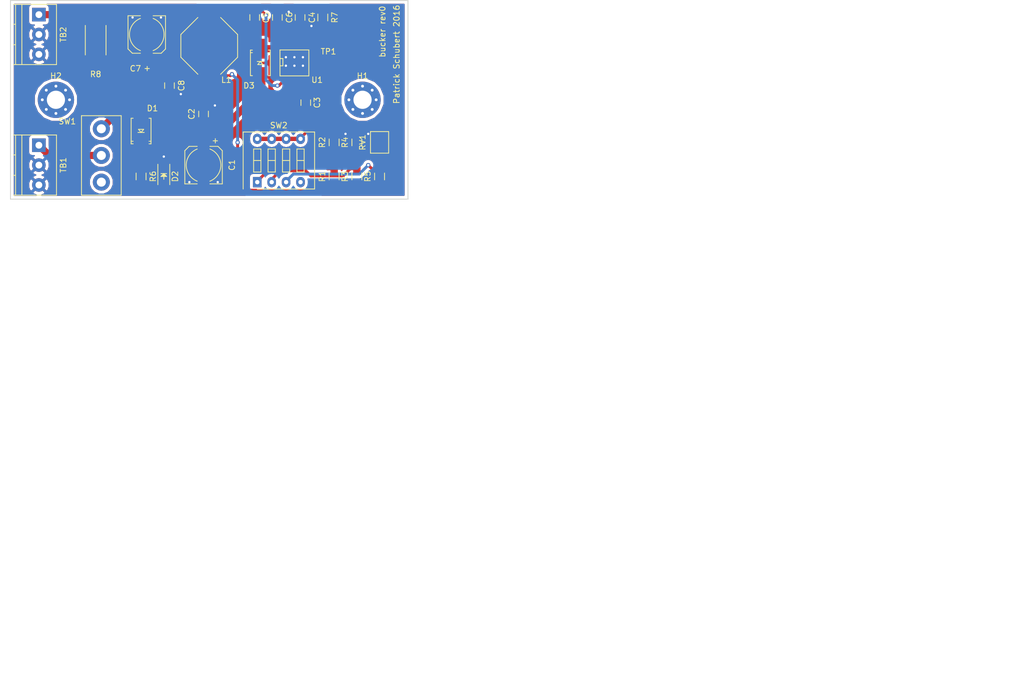
<source format=kicad_pcb>
(kicad_pcb (version 20170123) (host pcbnew no-vcs-found-7713~57~ubuntu16.04.1)

  (general
    (links 50)
    (no_connects 0)
    (area -0.076201 -0.076201 70.076201 35.076201)
    (thickness 1.6)
    (drawings 23)
    (tracks 143)
    (zones 0)
    (modules 29)
    (nets 20)
  )

  (page USLetter)
  (title_block
    (title "Project Title")
  )

  (layers
    (0 F.Cu signal)
    (31 B.Cu signal)
    (34 B.Paste user)
    (35 F.Paste user)
    (36 B.SilkS user)
    (37 F.SilkS user)
    (38 B.Mask user)
    (39 F.Mask user)
    (44 Edge.Cuts user)
    (46 B.CrtYd user)
    (47 F.CrtYd user)
    (48 B.Fab user)
    (49 F.Fab user)
  )

  (setup
    (last_trace_width 0.254)
    (user_trace_width 0.1524)
    (user_trace_width 0.254)
    (user_trace_width 0.3302)
    (user_trace_width 0.508)
    (user_trace_width 0.762)
    (user_trace_width 1.27)
    (trace_clearance 0.254)
    (zone_clearance 0.508)
    (zone_45_only no)
    (trace_min 0.1524)
    (segment_width 0.1524)
    (edge_width 0.1524)
    (via_size 0.6858)
    (via_drill 0.3302)
    (via_min_size 0.6858)
    (via_min_drill 0.3302)
    (user_via 0.6858 0.3302)
    (user_via 0.762 0.4064)
    (user_via 0.8636 0.508)
    (uvia_size 0.6858)
    (uvia_drill 0.3302)
    (uvias_allowed no)
    (uvia_min_size 0)
    (uvia_min_drill 0)
    (pcb_text_width 0.1524)
    (pcb_text_size 1.016 1.016)
    (mod_edge_width 0.1524)
    (mod_text_size 1.016 1.016)
    (mod_text_width 0.1524)
    (pad_size 1.524 1.524)
    (pad_drill 0.762)
    (pad_to_mask_clearance 0.0762)
    (solder_mask_min_width 0.1016)
    (pad_to_paste_clearance -0.0762)
    (aux_axis_origin 0 0)
    (visible_elements FFFEDF7D)
    (pcbplotparams
      (layerselection 0x310fc_80000001)
      (usegerberextensions true)
      (excludeedgelayer true)
      (linewidth 0.100000)
      (plotframeref false)
      (viasonmask false)
      (mode 1)
      (useauxorigin false)
      (hpglpennumber 1)
      (hpglpenspeed 20)
      (hpglpendiameter 15)
      (psnegative false)
      (psa4output false)
      (plotreference true)
      (plotvalue true)
      (plotinvisibletext false)
      (padsonsilk false)
      (subtractmaskfromsilk false)
      (outputformat 1)
      (mirror false)
      (drillshape 0)
      (scaleselection 1)
      (outputdirectory gerbers))
  )

  (net 0 "")
  (net 1 VCC)
  (net 2 GND)
  (net 3 "Net-(C3-Pad2)")
  (net 4 "Net-(C4-Pad1)")
  (net 5 "Net-(C4-Pad2)")
  (net 6 "Net-(C5-Pad1)")
  (net 7 "Net-(C5-Pad2)")
  (net 8 /VOUT)
  (net 9 "Net-(D1-Pad2)")
  (net 10 "Net-(R1-Pad2)")
  (net 11 "Net-(R3-Pad2)")
  (net 12 "Net-(R5-Pad2)")
  (net 13 /SENSE_IN)
  (net 14 "Net-(SW1-Pad1)")
  (net 15 "Net-(U1-Pad3)")
  (net 16 "Net-(D2-Pad2)")
  (net 17 "Net-(SW1-Pad2)")
  (net 18 "Net-(SW2-Pad4)")
  (net 19 "Net-(R8-Pad1)")

  (net_class Default "This is the default net class."
    (clearance 0.254)
    (trace_width 0.254)
    (via_dia 0.6858)
    (via_drill 0.3302)
    (uvia_dia 0.6858)
    (uvia_drill 0.3302)
    (add_net /SENSE_IN)
    (add_net /VOUT)
    (add_net GND)
    (add_net "Net-(C3-Pad2)")
    (add_net "Net-(C4-Pad1)")
    (add_net "Net-(C4-Pad2)")
    (add_net "Net-(C5-Pad1)")
    (add_net "Net-(C5-Pad2)")
    (add_net "Net-(D1-Pad2)")
    (add_net "Net-(D2-Pad2)")
    (add_net "Net-(R1-Pad2)")
    (add_net "Net-(R3-Pad2)")
    (add_net "Net-(R5-Pad2)")
    (add_net "Net-(R8-Pad1)")
    (add_net "Net-(SW1-Pad1)")
    (add_net "Net-(SW1-Pad2)")
    (add_net "Net-(SW2-Pad4)")
    (add_net "Net-(U1-Pad3)")
    (add_net VCC)
  )

  (module Capacitors_SMD:C_0805_HandSoldering (layer F.Cu) (tedit 541A9B8D) (tstamp 58223621)
    (at 34 20 90)
    (descr "Capacitor SMD 0805, hand soldering")
    (tags "capacitor 0805")
    (path /5821FB87)
    (attr smd)
    (fp_text reference C2 (at 0 -2.1 90) (layer F.SilkS)
      (effects (font (size 1 1) (thickness 0.15)))
    )
    (fp_text value 1uF (at 0 2.1 90) (layer F.Fab)
      (effects (font (size 1 1) (thickness 0.15)))
    )
    (fp_line (start -1 0.625) (end -1 -0.625) (layer F.Fab) (width 0.15))
    (fp_line (start 1 0.625) (end -1 0.625) (layer F.Fab) (width 0.15))
    (fp_line (start 1 -0.625) (end 1 0.625) (layer F.Fab) (width 0.15))
    (fp_line (start -1 -0.625) (end 1 -0.625) (layer F.Fab) (width 0.15))
    (fp_line (start -2.3 -1) (end 2.3 -1) (layer F.CrtYd) (width 0.05))
    (fp_line (start -2.3 1) (end 2.3 1) (layer F.CrtYd) (width 0.05))
    (fp_line (start -2.3 -1) (end -2.3 1) (layer F.CrtYd) (width 0.05))
    (fp_line (start 2.3 -1) (end 2.3 1) (layer F.CrtYd) (width 0.05))
    (fp_line (start 0.5 -0.85) (end -0.5 -0.85) (layer F.SilkS) (width 0.15))
    (fp_line (start -0.5 0.85) (end 0.5 0.85) (layer F.SilkS) (width 0.15))
    (pad 1 smd rect (at -1.25 0 90) (size 1.5 1.25) (layers F.Cu F.Paste F.Mask)
      (net 1 VCC))
    (pad 2 smd rect (at 1.25 0 90) (size 1.5 1.25) (layers F.Cu F.Paste F.Mask)
      (net 2 GND))
    (model Capacitors_SMD.3dshapes/C_0805_HandSoldering.wrl
      (at (xyz 0 0 0))
      (scale (xyz 1 1 1))
      (rotate (xyz 0 0 0))
    )
  )

  (module Capacitors_SMD:C_0805_HandSoldering (layer F.Cu) (tedit 541A9B8D) (tstamp 58223631)
    (at 52 18 90)
    (descr "Capacitor SMD 0805, hand soldering")
    (tags "capacitor 0805")
    (path /5822780C)
    (attr smd)
    (fp_text reference C3 (at 0 2 90) (layer F.SilkS)
      (effects (font (size 1 1) (thickness 0.15)))
    )
    (fp_text value 0.01uF (at 0 2.1 90) (layer F.Fab)
      (effects (font (size 1 1) (thickness 0.15)))
    )
    (fp_line (start -1 0.625) (end -1 -0.625) (layer F.Fab) (width 0.15))
    (fp_line (start 1 0.625) (end -1 0.625) (layer F.Fab) (width 0.15))
    (fp_line (start 1 -0.625) (end 1 0.625) (layer F.Fab) (width 0.15))
    (fp_line (start -1 -0.625) (end 1 -0.625) (layer F.Fab) (width 0.15))
    (fp_line (start -2.3 -1) (end 2.3 -1) (layer F.CrtYd) (width 0.05))
    (fp_line (start -2.3 1) (end 2.3 1) (layer F.CrtYd) (width 0.05))
    (fp_line (start -2.3 -1) (end -2.3 1) (layer F.CrtYd) (width 0.05))
    (fp_line (start 2.3 -1) (end 2.3 1) (layer F.CrtYd) (width 0.05))
    (fp_line (start 0.5 -0.85) (end -0.5 -0.85) (layer F.SilkS) (width 0.15))
    (fp_line (start -0.5 0.85) (end 0.5 0.85) (layer F.SilkS) (width 0.15))
    (pad 1 smd rect (at -1.25 0 90) (size 1.5 1.25) (layers F.Cu F.Paste F.Mask)
      (net 2 GND))
    (pad 2 smd rect (at 1.25 0 90) (size 1.5 1.25) (layers F.Cu F.Paste F.Mask)
      (net 3 "Net-(C3-Pad2)"))
    (model Capacitors_SMD.3dshapes/C_0805_HandSoldering.wrl
      (at (xyz 0 0 0))
      (scale (xyz 1 1 1))
      (rotate (xyz 0 0 0))
    )
  )

  (module Capacitors_SMD:C_0805_HandSoldering (layer F.Cu) (tedit 541A9B8D) (tstamp 58223641)
    (at 51 3 270)
    (descr "Capacitor SMD 0805, hand soldering")
    (tags "capacitor 0805")
    (path /58226B35)
    (attr smd)
    (fp_text reference C4 (at 0 -2.1 270) (layer F.SilkS)
      (effects (font (size 1 1) (thickness 0.15)))
    )
    (fp_text value 1000pF (at 0 2.1 270) (layer F.Fab)
      (effects (font (size 1 1) (thickness 0.15)))
    )
    (fp_line (start -1 0.625) (end -1 -0.625) (layer F.Fab) (width 0.15))
    (fp_line (start 1 0.625) (end -1 0.625) (layer F.Fab) (width 0.15))
    (fp_line (start 1 -0.625) (end 1 0.625) (layer F.Fab) (width 0.15))
    (fp_line (start -1 -0.625) (end 1 -0.625) (layer F.Fab) (width 0.15))
    (fp_line (start -2.3 -1) (end 2.3 -1) (layer F.CrtYd) (width 0.05))
    (fp_line (start -2.3 1) (end 2.3 1) (layer F.CrtYd) (width 0.05))
    (fp_line (start -2.3 -1) (end -2.3 1) (layer F.CrtYd) (width 0.05))
    (fp_line (start 2.3 -1) (end 2.3 1) (layer F.CrtYd) (width 0.05))
    (fp_line (start 0.5 -0.85) (end -0.5 -0.85) (layer F.SilkS) (width 0.15))
    (fp_line (start -0.5 0.85) (end 0.5 0.85) (layer F.SilkS) (width 0.15))
    (pad 1 smd rect (at -1.25 0 270) (size 1.5 1.25) (layers F.Cu F.Paste F.Mask)
      (net 4 "Net-(C4-Pad1)"))
    (pad 2 smd rect (at 1.25 0 270) (size 1.5 1.25) (layers F.Cu F.Paste F.Mask)
      (net 5 "Net-(C4-Pad2)"))
    (model Capacitors_SMD.3dshapes/C_0805_HandSoldering.wrl
      (at (xyz 0 0 0))
      (scale (xyz 1 1 1))
      (rotate (xyz 0 0 0))
    )
  )

  (module Capacitors_SMD:C_0805_HandSoldering locked (layer F.Cu) (tedit 541A9B8D) (tstamp 58223651)
    (at 43 3 90)
    (descr "Capacitor SMD 0805, hand soldering")
    (tags "capacitor 0805")
    (path /582242FC)
    (attr smd)
    (fp_text reference C5 (at 0 2 90) (layer F.SilkS)
      (effects (font (size 1 1) (thickness 0.15)))
    )
    (fp_text value 0.1uF (at 0 2.1 90) (layer F.Fab)
      (effects (font (size 1 1) (thickness 0.15)))
    )
    (fp_line (start -1 0.625) (end -1 -0.625) (layer F.Fab) (width 0.15))
    (fp_line (start 1 0.625) (end -1 0.625) (layer F.Fab) (width 0.15))
    (fp_line (start 1 -0.625) (end 1 0.625) (layer F.Fab) (width 0.15))
    (fp_line (start -1 -0.625) (end 1 -0.625) (layer F.Fab) (width 0.15))
    (fp_line (start -2.3 -1) (end 2.3 -1) (layer F.CrtYd) (width 0.05))
    (fp_line (start -2.3 1) (end 2.3 1) (layer F.CrtYd) (width 0.05))
    (fp_line (start -2.3 -1) (end -2.3 1) (layer F.CrtYd) (width 0.05))
    (fp_line (start 2.3 -1) (end 2.3 1) (layer F.CrtYd) (width 0.05))
    (fp_line (start 0.5 -0.85) (end -0.5 -0.85) (layer F.SilkS) (width 0.15))
    (fp_line (start -0.5 0.85) (end 0.5 0.85) (layer F.SilkS) (width 0.15))
    (pad 1 smd rect (at -1.25 0 90) (size 1.5 1.25) (layers F.Cu F.Paste F.Mask)
      (net 6 "Net-(C5-Pad1)"))
    (pad 2 smd rect (at 1.25 0 90) (size 1.5 1.25) (layers F.Cu F.Paste F.Mask)
      (net 7 "Net-(C5-Pad2)"))
    (model Capacitors_SMD.3dshapes/C_0805_HandSoldering.wrl
      (at (xyz 0 0 0))
      (scale (xyz 1 1 1))
      (rotate (xyz 0 0 0))
    )
  )

  (module Capacitors_SMD:C_0805_HandSoldering (layer F.Cu) (tedit 541A9B8D) (tstamp 58223661)
    (at 47 3 270)
    (descr "Capacitor SMD 0805, hand soldering")
    (tags "capacitor 0805")
    (path /582274ED)
    (attr smd)
    (fp_text reference C6 (at 0 -2.1 270) (layer F.SilkS)
      (effects (font (size 1 1) (thickness 0.15)))
    )
    (fp_text value 47pF (at 0 2.1 270) (layer F.Fab)
      (effects (font (size 1 1) (thickness 0.15)))
    )
    (fp_line (start -1 0.625) (end -1 -0.625) (layer F.Fab) (width 0.15))
    (fp_line (start 1 0.625) (end -1 0.625) (layer F.Fab) (width 0.15))
    (fp_line (start 1 -0.625) (end 1 0.625) (layer F.Fab) (width 0.15))
    (fp_line (start -1 -0.625) (end 1 -0.625) (layer F.Fab) (width 0.15))
    (fp_line (start -2.3 -1) (end 2.3 -1) (layer F.CrtYd) (width 0.05))
    (fp_line (start -2.3 1) (end 2.3 1) (layer F.CrtYd) (width 0.05))
    (fp_line (start -2.3 -1) (end -2.3 1) (layer F.CrtYd) (width 0.05))
    (fp_line (start 2.3 -1) (end 2.3 1) (layer F.CrtYd) (width 0.05))
    (fp_line (start 0.5 -0.85) (end -0.5 -0.85) (layer F.SilkS) (width 0.15))
    (fp_line (start -0.5 0.85) (end 0.5 0.85) (layer F.SilkS) (width 0.15))
    (pad 1 smd rect (at -1.25 0 270) (size 1.5 1.25) (layers F.Cu F.Paste F.Mask)
      (net 2 GND))
    (pad 2 smd rect (at 1.25 0 270) (size 1.5 1.25) (layers F.Cu F.Paste F.Mask)
      (net 5 "Net-(C4-Pad2)"))
    (model Capacitors_SMD.3dshapes/C_0805_HandSoldering.wrl
      (at (xyz 0 0 0))
      (scale (xyz 1 1 1))
      (rotate (xyz 0 0 0))
    )
  )

  (module Capacitors_SMD:C_0805_HandSoldering (layer F.Cu) (tedit 541A9B8D) (tstamp 58223671)
    (at 28 15 270)
    (descr "Capacitor SMD 0805, hand soldering")
    (tags "capacitor 0805")
    (path /58224C85)
    (attr smd)
    (fp_text reference C8 (at 0 -2.1 270) (layer F.SilkS)
      (effects (font (size 1 1) (thickness 0.15)))
    )
    (fp_text value 1uF (at 0 2.1 270) (layer F.Fab)
      (effects (font (size 1 1) (thickness 0.15)))
    )
    (fp_line (start -1 0.625) (end -1 -0.625) (layer F.Fab) (width 0.15))
    (fp_line (start 1 0.625) (end -1 0.625) (layer F.Fab) (width 0.15))
    (fp_line (start 1 -0.625) (end 1 0.625) (layer F.Fab) (width 0.15))
    (fp_line (start -1 -0.625) (end 1 -0.625) (layer F.Fab) (width 0.15))
    (fp_line (start -2.3 -1) (end 2.3 -1) (layer F.CrtYd) (width 0.05))
    (fp_line (start -2.3 1) (end 2.3 1) (layer F.CrtYd) (width 0.05))
    (fp_line (start -2.3 -1) (end -2.3 1) (layer F.CrtYd) (width 0.05))
    (fp_line (start 2.3 -1) (end 2.3 1) (layer F.CrtYd) (width 0.05))
    (fp_line (start 0.5 -0.85) (end -0.5 -0.85) (layer F.SilkS) (width 0.15))
    (fp_line (start -0.5 0.85) (end 0.5 0.85) (layer F.SilkS) (width 0.15))
    (pad 1 smd rect (at -1.25 0 270) (size 1.5 1.25) (layers F.Cu F.Paste F.Mask)
      (net 8 /VOUT))
    (pad 2 smd rect (at 1.25 0 270) (size 1.5 1.25) (layers F.Cu F.Paste F.Mask)
      (net 2 GND))
    (model Capacitors_SMD.3dshapes/C_0805_HandSoldering.wrl
      (at (xyz 0 0 0))
      (scale (xyz 1 1 1))
      (rotate (xyz 0 0 0))
    )
  )

  (module modules:SRU1038 (layer F.Cu) (tedit 582218DB) (tstamp 582236B9)
    (at 35 8 270)
    (descr "Bournes Inductor, 10x10mm")
    (tags Inductor)
    (path /58225420)
    (fp_text reference L1 (at 6 -3) (layer F.SilkS)
      (effects (font (size 1 1) (thickness 0.15)))
    )
    (fp_text value 22uH (at 0 -0.5 270) (layer F.Fab)
      (effects (font (size 1 1) (thickness 0.15)))
    )
    (fp_line (start -2 5) (end -5 2) (layer F.SilkS) (width 0.15))
    (fp_line (start 2 5) (end 5 2) (layer F.SilkS) (width 0.15))
    (fp_line (start -2 5) (end 2 5) (layer F.SilkS) (width 0.15))
    (fp_line (start -2 -5) (end -5 -2) (layer F.SilkS) (width 0.15))
    (fp_line (start 2 -5) (end 5 -2) (layer F.SilkS) (width 0.15))
    (fp_line (start -2 -5) (end 2 -5) (layer F.SilkS) (width 0.15))
    (fp_line (start -5 2.1) (end -2.1 5) (layer F.CrtYd) (width 0.15))
    (fp_line (start 2.1 5) (end 5 2.1) (layer F.CrtYd) (width 0.15))
    (fp_line (start -2.1 -5) (end -5 -2.1) (layer F.CrtYd) (width 0.15))
    (fp_line (start 2.1 -5) (end 5 -2.1) (layer F.CrtYd) (width 0.15))
    (fp_line (start 2.1 5) (end -2.1 5) (layer F.CrtYd) (width 0.15))
    (fp_line (start -2.1 -5) (end 2.1 -5) (layer F.CrtYd) (width 0.15))
    (pad 1 smd rect (at -5.25 0 270) (size 3.3 3.6) (layers F.Cu F.Paste F.Mask)
      (net 6 "Net-(C5-Pad1)"))
    (pad 2 smd rect (at 5.25 0 270) (size 3.3 3.6) (layers F.Cu F.Paste F.Mask)
      (net 8 /VOUT))
  )

  (module Resistors_SMD:R_0805_HandSoldering (layer F.Cu) (tedit 54189DEE) (tstamp 582236E9)
    (at 57 31 90)
    (descr "Resistor SMD 0805, hand soldering")
    (tags "resistor 0805")
    (path /58220A8D)
    (attr smd)
    (fp_text reference R1 (at 0 -2.1 90) (layer F.SilkS)
      (effects (font (size 1 1) (thickness 0.15)))
    )
    (fp_text value 10k (at 0 2.1 90) (layer F.Fab)
      (effects (font (size 1 1) (thickness 0.15)))
    )
    (fp_line (start -2.4 -1) (end 2.4 -1) (layer F.CrtYd) (width 0.05))
    (fp_line (start -2.4 1) (end 2.4 1) (layer F.CrtYd) (width 0.05))
    (fp_line (start -2.4 -1) (end -2.4 1) (layer F.CrtYd) (width 0.05))
    (fp_line (start 2.4 -1) (end 2.4 1) (layer F.CrtYd) (width 0.05))
    (fp_line (start 0.6 0.875) (end -0.6 0.875) (layer F.SilkS) (width 0.15))
    (fp_line (start -0.6 -0.875) (end 0.6 -0.875) (layer F.SilkS) (width 0.15))
    (pad 1 smd rect (at -1.35 0 90) (size 1.5 1.3) (layers F.Cu F.Paste F.Mask)
      (net 8 /VOUT))
    (pad 2 smd rect (at 1.35 0 90) (size 1.5 1.3) (layers F.Cu F.Paste F.Mask)
      (net 10 "Net-(R1-Pad2)"))
    (model Resistors_SMD.3dshapes/R_0805_HandSoldering.wrl
      (at (xyz 0 0 0))
      (scale (xyz 1 1 1))
      (rotate (xyz 0 0 0))
    )
  )

  (module Resistors_SMD:R_0805_HandSoldering (layer F.Cu) (tedit 54189DEE) (tstamp 582236F5)
    (at 57 25 90)
    (descr "Resistor SMD 0805, hand soldering")
    (tags "resistor 0805")
    (path /58220960)
    (attr smd)
    (fp_text reference R2 (at 0 -2.1 90) (layer F.SilkS)
      (effects (font (size 1 1) (thickness 0.15)))
    )
    (fp_text value 3.24k (at 0 2.1 90) (layer F.Fab)
      (effects (font (size 1 1) (thickness 0.15)))
    )
    (fp_line (start -2.4 -1) (end 2.4 -1) (layer F.CrtYd) (width 0.05))
    (fp_line (start -2.4 1) (end 2.4 1) (layer F.CrtYd) (width 0.05))
    (fp_line (start -2.4 -1) (end -2.4 1) (layer F.CrtYd) (width 0.05))
    (fp_line (start 2.4 -1) (end 2.4 1) (layer F.CrtYd) (width 0.05))
    (fp_line (start 0.6 0.875) (end -0.6 0.875) (layer F.SilkS) (width 0.15))
    (fp_line (start -0.6 -0.875) (end 0.6 -0.875) (layer F.SilkS) (width 0.15))
    (pad 1 smd rect (at -1.35 0 90) (size 1.5 1.3) (layers F.Cu F.Paste F.Mask)
      (net 10 "Net-(R1-Pad2)"))
    (pad 2 smd rect (at 1.35 0 90) (size 1.5 1.3) (layers F.Cu F.Paste F.Mask)
      (net 2 GND))
    (model Resistors_SMD.3dshapes/R_0805_HandSoldering.wrl
      (at (xyz 0 0 0))
      (scale (xyz 1 1 1))
      (rotate (xyz 0 0 0))
    )
  )

  (module Resistors_SMD:R_0805_HandSoldering (layer F.Cu) (tedit 54189DEE) (tstamp 58223701)
    (at 61 31 90)
    (descr "Resistor SMD 0805, hand soldering")
    (tags "resistor 0805")
    (path /58220B4C)
    (attr smd)
    (fp_text reference R3 (at 0 -2.1 90) (layer F.SilkS)
      (effects (font (size 1 1) (thickness 0.15)))
    )
    (fp_text value 10k (at 0 2.1 90) (layer F.Fab)
      (effects (font (size 1 1) (thickness 0.15)))
    )
    (fp_line (start -2.4 -1) (end 2.4 -1) (layer F.CrtYd) (width 0.05))
    (fp_line (start -2.4 1) (end 2.4 1) (layer F.CrtYd) (width 0.05))
    (fp_line (start -2.4 -1) (end -2.4 1) (layer F.CrtYd) (width 0.05))
    (fp_line (start 2.4 -1) (end 2.4 1) (layer F.CrtYd) (width 0.05))
    (fp_line (start 0.6 0.875) (end -0.6 0.875) (layer F.SilkS) (width 0.15))
    (fp_line (start -0.6 -0.875) (end 0.6 -0.875) (layer F.SilkS) (width 0.15))
    (pad 1 smd rect (at -1.35 0 90) (size 1.5 1.3) (layers F.Cu F.Paste F.Mask)
      (net 8 /VOUT))
    (pad 2 smd rect (at 1.35 0 90) (size 1.5 1.3) (layers F.Cu F.Paste F.Mask)
      (net 11 "Net-(R3-Pad2)"))
    (model Resistors_SMD.3dshapes/R_0805_HandSoldering.wrl
      (at (xyz 0 0 0))
      (scale (xyz 1 1 1))
      (rotate (xyz 0 0 0))
    )
  )

  (module Resistors_SMD:R_0805_HandSoldering (layer F.Cu) (tedit 54189DEE) (tstamp 5822370D)
    (at 61 25 90)
    (descr "Resistor SMD 0805, hand soldering")
    (tags "resistor 0805")
    (path /58220BAD)
    (attr smd)
    (fp_text reference R4 (at 0 -2.1 90) (layer F.SilkS)
      (effects (font (size 1 1) (thickness 0.15)))
    )
    (fp_text value 1.91k (at 0 2.1 90) (layer F.Fab)
      (effects (font (size 1 1) (thickness 0.15)))
    )
    (fp_line (start -2.4 -1) (end 2.4 -1) (layer F.CrtYd) (width 0.05))
    (fp_line (start -2.4 1) (end 2.4 1) (layer F.CrtYd) (width 0.05))
    (fp_line (start -2.4 -1) (end -2.4 1) (layer F.CrtYd) (width 0.05))
    (fp_line (start 2.4 -1) (end 2.4 1) (layer F.CrtYd) (width 0.05))
    (fp_line (start 0.6 0.875) (end -0.6 0.875) (layer F.SilkS) (width 0.15))
    (fp_line (start -0.6 -0.875) (end 0.6 -0.875) (layer F.SilkS) (width 0.15))
    (pad 1 smd rect (at -1.35 0 90) (size 1.5 1.3) (layers F.Cu F.Paste F.Mask)
      (net 11 "Net-(R3-Pad2)"))
    (pad 2 smd rect (at 1.35 0 90) (size 1.5 1.3) (layers F.Cu F.Paste F.Mask)
      (net 2 GND))
    (model Resistors_SMD.3dshapes/R_0805_HandSoldering.wrl
      (at (xyz 0 0 0))
      (scale (xyz 1 1 1))
      (rotate (xyz 0 0 0))
    )
  )

  (module Resistors_SMD:R_0805_HandSoldering (layer F.Cu) (tedit 54189DEE) (tstamp 58223719)
    (at 65 31 90)
    (descr "Resistor SMD 0805, hand soldering")
    (tags "resistor 0805")
    (path /58221277)
    (attr smd)
    (fp_text reference R5 (at 0 -2.1 90) (layer F.SilkS)
      (effects (font (size 1 1) (thickness 0.15)))
    )
    (fp_text value 10k (at 0 2.1 90) (layer F.Fab)
      (effects (font (size 1 1) (thickness 0.15)))
    )
    (fp_line (start -2.4 -1) (end 2.4 -1) (layer F.CrtYd) (width 0.05))
    (fp_line (start -2.4 1) (end 2.4 1) (layer F.CrtYd) (width 0.05))
    (fp_line (start -2.4 -1) (end -2.4 1) (layer F.CrtYd) (width 0.05))
    (fp_line (start 2.4 -1) (end 2.4 1) (layer F.CrtYd) (width 0.05))
    (fp_line (start 0.6 0.875) (end -0.6 0.875) (layer F.SilkS) (width 0.15))
    (fp_line (start -0.6 -0.875) (end 0.6 -0.875) (layer F.SilkS) (width 0.15))
    (pad 1 smd rect (at -1.35 0 90) (size 1.5 1.3) (layers F.Cu F.Paste F.Mask)
      (net 8 /VOUT))
    (pad 2 smd rect (at 1.35 0 90) (size 1.5 1.3) (layers F.Cu F.Paste F.Mask)
      (net 12 "Net-(R5-Pad2)"))
    (model Resistors_SMD.3dshapes/R_0805_HandSoldering.wrl
      (at (xyz 0 0 0))
      (scale (xyz 1 1 1))
      (rotate (xyz 0 0 0))
    )
  )

  (module Resistors_SMD:R_0805_HandSoldering (layer F.Cu) (tedit 54189DEE) (tstamp 58223725)
    (at 23 31 270)
    (descr "Resistor SMD 0805, hand soldering")
    (tags "resistor 0805")
    (path /58221CDF)
    (attr smd)
    (fp_text reference R6 (at 0 -2.1 270) (layer F.SilkS)
      (effects (font (size 1 1) (thickness 0.15)))
    )
    (fp_text value 2k (at 0 2.1 270) (layer F.Fab)
      (effects (font (size 1 1) (thickness 0.15)))
    )
    (fp_line (start -2.4 -1) (end 2.4 -1) (layer F.CrtYd) (width 0.05))
    (fp_line (start -2.4 1) (end 2.4 1) (layer F.CrtYd) (width 0.05))
    (fp_line (start -2.4 -1) (end -2.4 1) (layer F.CrtYd) (width 0.05))
    (fp_line (start 2.4 -1) (end 2.4 1) (layer F.CrtYd) (width 0.05))
    (fp_line (start 0.6 0.875) (end -0.6 0.875) (layer F.SilkS) (width 0.15))
    (fp_line (start -0.6 -0.875) (end 0.6 -0.875) (layer F.SilkS) (width 0.15))
    (pad 1 smd rect (at -1.35 0 270) (size 1.5 1.3) (layers F.Cu F.Paste F.Mask)
      (net 1 VCC))
    (pad 2 smd rect (at 1.35 0 270) (size 1.5 1.3) (layers F.Cu F.Paste F.Mask)
      (net 16 "Net-(D2-Pad2)"))
    (model Resistors_SMD.3dshapes/R_0805_HandSoldering.wrl
      (at (xyz 0 0 0))
      (scale (xyz 1 1 1))
      (rotate (xyz 0 0 0))
    )
  )

  (module Resistors_SMD:R_0805_HandSoldering (layer F.Cu) (tedit 54189DEE) (tstamp 58223731)
    (at 55 3 270)
    (descr "Resistor SMD 0805, hand soldering")
    (tags "resistor 0805")
    (path /582270F0)
    (attr smd)
    (fp_text reference R7 (at 0 -2.1 270) (layer F.SilkS)
      (effects (font (size 1 1) (thickness 0.15)))
    )
    (fp_text value 33k (at 0 2.1 270) (layer F.Fab)
      (effects (font (size 1 1) (thickness 0.15)))
    )
    (fp_line (start -2.4 -1) (end 2.4 -1) (layer F.CrtYd) (width 0.05))
    (fp_line (start -2.4 1) (end 2.4 1) (layer F.CrtYd) (width 0.05))
    (fp_line (start -2.4 -1) (end -2.4 1) (layer F.CrtYd) (width 0.05))
    (fp_line (start 2.4 -1) (end 2.4 1) (layer F.CrtYd) (width 0.05))
    (fp_line (start 0.6 0.875) (end -0.6 0.875) (layer F.SilkS) (width 0.15))
    (fp_line (start -0.6 -0.875) (end 0.6 -0.875) (layer F.SilkS) (width 0.15))
    (pad 1 smd rect (at -1.35 0 270) (size 1.5 1.3) (layers F.Cu F.Paste F.Mask)
      (net 4 "Net-(C4-Pad1)"))
    (pad 2 smd rect (at 1.35 0 270) (size 1.5 1.3) (layers F.Cu F.Paste F.Mask)
      (net 2 GND))
    (model Resistors_SMD.3dshapes/R_0805_HandSoldering.wrl
      (at (xyz 0 0 0))
      (scale (xyz 1 1 1))
      (rotate (xyz 0 0 0))
    )
  )

  (module modules:EVM-3YSX50B14 (layer F.Cu) (tedit 580948C5) (tstamp 5822373C)
    (at 65 25)
    (descr "Panasonic SMD Potentiometer")
    (tags poteniometer)
    (path /582212FF)
    (fp_text reference RV1 (at -3 0 90) (layer F.SilkS)
      (effects (font (size 1 1) (thickness 0.15)))
    )
    (fp_text value POT (at 0 -0.5) (layer F.Fab) hide
      (effects (font (size 1 1) (thickness 0.15)))
    )
    (fp_line (start 1.6 1.9) (end -1.6 1.9) (layer F.SilkS) (width 0.15))
    (fp_line (start 1.6 -1.9) (end 1.6 1.9) (layer F.SilkS) (width 0.15))
    (fp_line (start -1.6 -1.9) (end 1.6 -1.9) (layer F.SilkS) (width 0.15))
    (fp_line (start -1.6 1.9) (end -1.6 -1.9) (layer F.SilkS) (width 0.15))
    (pad 1 smd rect (at -1 1.6) (size 1.2 1.6) (layers F.Cu F.Paste F.Mask)
      (net 2 GND))
    (pad 3 smd rect (at 1 1.6) (size 1.2 1.6) (layers F.Cu F.Paste F.Mask)
      (net 12 "Net-(R5-Pad2)"))
    (pad 2 smd rect (at 0 -1.6) (size 1.6 1.6) (layers F.Cu F.Paste F.Mask)
      (net 2 GND))
  )

  (module SMD_Packages:SOIC-8-N (layer F.Cu) (tedit 0) (tstamp 58223798)
    (at 50 11)
    (descr "Module Narrow CMS SOJ 8 pins large")
    (tags "CMS SOJ")
    (path /58220405)
    (attr smd)
    (fp_text reference U1 (at 4 3) (layer F.SilkS)
      (effects (font (size 1 1) (thickness 0.15)))
    )
    (fp_text value TPS54231 (at 0 1.27) (layer F.Fab)
      (effects (font (size 1 1) (thickness 0.15)))
    )
    (fp_line (start -2.54 -2.286) (end 2.54 -2.286) (layer F.SilkS) (width 0.15))
    (fp_line (start 2.54 -2.286) (end 2.54 2.286) (layer F.SilkS) (width 0.15))
    (fp_line (start 2.54 2.286) (end -2.54 2.286) (layer F.SilkS) (width 0.15))
    (fp_line (start -2.54 2.286) (end -2.54 -2.286) (layer F.SilkS) (width 0.15))
    (fp_line (start -2.54 -0.762) (end -2.032 -0.762) (layer F.SilkS) (width 0.15))
    (fp_line (start -2.032 -0.762) (end -2.032 0.508) (layer F.SilkS) (width 0.15))
    (fp_line (start -2.032 0.508) (end -2.54 0.508) (layer F.SilkS) (width 0.15))
    (pad 8 smd rect (at -1.905 -3.175) (size 0.508 1.143) (layers F.Cu F.Paste F.Mask)
      (net 6 "Net-(C5-Pad1)"))
    (pad 7 smd rect (at -0.635 -3.175) (size 0.508 1.143) (layers F.Cu F.Paste F.Mask)
      (net 2 GND))
    (pad 6 smd rect (at 0.635 -3.175) (size 0.508 1.143) (layers F.Cu F.Paste F.Mask)
      (net 5 "Net-(C4-Pad2)"))
    (pad 5 smd rect (at 1.905 -3.175) (size 0.508 1.143) (layers F.Cu F.Paste F.Mask)
      (net 13 /SENSE_IN))
    (pad 4 smd rect (at 1.905 3.175) (size 0.508 1.143) (layers F.Cu F.Paste F.Mask)
      (net 3 "Net-(C3-Pad2)"))
    (pad 3 smd rect (at 0.635 3.175) (size 0.508 1.143) (layers F.Cu F.Paste F.Mask)
      (net 15 "Net-(U1-Pad3)"))
    (pad 2 smd rect (at -0.635 3.175) (size 0.508 1.143) (layers F.Cu F.Paste F.Mask)
      (net 1 VCC))
    (pad 1 smd rect (at -1.905 3.175) (size 0.508 1.143) (layers F.Cu F.Paste F.Mask)
      (net 7 "Net-(C5-Pad2)"))
    (model SMD_Packages.3dshapes/SOIC-8-N.wrl
      (at (xyz 0 0 0))
      (scale (xyz 0.5 0.38 0.5))
      (rotate (xyz 0 0 0))
    )
  )

  (module Capacitors_SMD:c_elec_6.3x4.5 (layer F.Cu) (tedit 57FA4558) (tstamp 58223886)
    (at 34 29 270)
    (descr "SMT capacitor, aluminium electrolytic, 6.3x4.5")
    (path /5821FA2A)
    (attr smd)
    (fp_text reference C1 (at 0 -5 270) (layer F.SilkS)
      (effects (font (size 1 1) (thickness 0.15)))
    )
    (fp_text value 47uF (at 0 -4.5593 270) (layer F.Fab)
      (effects (font (size 1 1) (thickness 0.15)))
    )
    (fp_line (start 3.1496 3.1496) (end 3.1496 -3.1496) (layer F.Fab) (width 0.15))
    (fp_line (start -2.4765 3.1496) (end 3.1496 3.1496) (layer F.Fab) (width 0.15))
    (fp_line (start -3.1496 2.4765) (end -2.4765 3.1496) (layer F.Fab) (width 0.15))
    (fp_line (start -3.1496 -2.4765) (end -3.1496 2.4765) (layer F.Fab) (width 0.15))
    (fp_line (start -2.4765 -3.1496) (end -3.1496 -2.4765) (layer F.Fab) (width 0.15))
    (fp_line (start 3.1496 -3.1496) (end -2.4765 -3.1496) (layer F.Fab) (width 0.15))
    (fp_text user + (at -1.7272 -0.0762 270) (layer F.Fab)
      (effects (font (size 1 1) (thickness 0.15)))
    )
    (fp_arc (start 0 0) (end 2.8321 1.1176) (angle 136.9297483) (layer F.SilkS) (width 0.15))
    (fp_arc (start 0 0) (end -2.8321 -1.1176) (angle 136.9770428) (layer F.SilkS) (width 0.15))
    (fp_line (start 3.302 3.302) (end 3.302 1.1176) (layer F.SilkS) (width 0.15))
    (fp_line (start 3.302 -3.302) (end 3.302 -1.1176) (layer F.SilkS) (width 0.15))
    (fp_line (start -3.302 2.54) (end -3.302 1.1176) (layer F.SilkS) (width 0.15))
    (fp_line (start -3.302 -2.54) (end -3.302 -1.1176) (layer F.SilkS) (width 0.15))
    (fp_text user + (at -4.2799 -2 270) (layer F.SilkS)
      (effects (font (size 1 1) (thickness 0.15)))
    )
    (fp_line (start 4.85 -3.6) (end -4.85 -3.6) (layer F.CrtYd) (width 0.05))
    (fp_line (start -4.85 -3.6) (end -4.85 3.6) (layer F.CrtYd) (width 0.05))
    (fp_line (start -4.85 3.6) (end 4.85 3.6) (layer F.CrtYd) (width 0.05))
    (fp_line (start 4.85 3.6) (end 4.85 -3.6) (layer F.CrtYd) (width 0.05))
    (fp_line (start 3.302 3.302) (end -2.54 3.302) (layer F.SilkS) (width 0.15))
    (fp_line (start -2.54 3.302) (end -3.302 2.54) (layer F.SilkS) (width 0.15))
    (fp_line (start -3.302 -2.54) (end -2.54 -3.302) (layer F.SilkS) (width 0.15))
    (fp_line (start -2.54 -3.302) (end 3.302 -3.302) (layer F.SilkS) (width 0.15))
    (pad 1 smd rect (at -2.7 0 90) (size 3.5 1.6) (layers F.Cu F.Paste F.Mask)
      (net 1 VCC))
    (pad 2 smd rect (at 2.7 0 90) (size 3.5 1.6) (layers F.Cu F.Paste F.Mask)
      (net 2 GND))
    (model Capacitors_SMD.3dshapes/c_elec_6.3x4.5.wrl
      (at (xyz 0 0 0))
      (scale (xyz 1 1 1))
      (rotate (xyz 0 0 180))
    )
  )

  (module Capacitors_SMD:c_elec_6.3x4.5 (layer F.Cu) (tedit 57FA4558) (tstamp 5822388C)
    (at 24 6 90)
    (descr "SMT capacitor, aluminium electrolytic, 6.3x4.5")
    (path /58224BBC)
    (attr smd)
    (fp_text reference C7 (at -6 -2 180) (layer F.SilkS)
      (effects (font (size 1 1) (thickness 0.15)))
    )
    (fp_text value 47uF (at 0 -4.5593 90) (layer F.Fab)
      (effects (font (size 1 1) (thickness 0.15)))
    )
    (fp_line (start 3.1496 3.1496) (end 3.1496 -3.1496) (layer F.Fab) (width 0.15))
    (fp_line (start -2.4765 3.1496) (end 3.1496 3.1496) (layer F.Fab) (width 0.15))
    (fp_line (start -3.1496 2.4765) (end -2.4765 3.1496) (layer F.Fab) (width 0.15))
    (fp_line (start -3.1496 -2.4765) (end -3.1496 2.4765) (layer F.Fab) (width 0.15))
    (fp_line (start -2.4765 -3.1496) (end -3.1496 -2.4765) (layer F.Fab) (width 0.15))
    (fp_line (start 3.1496 -3.1496) (end -2.4765 -3.1496) (layer F.Fab) (width 0.15))
    (fp_text user + (at -1.7272 -0.0762 90) (layer F.Fab)
      (effects (font (size 1 1) (thickness 0.15)))
    )
    (fp_arc (start 0 0) (end 2.8321 1.1176) (angle 136.9297483) (layer F.SilkS) (width 0.15))
    (fp_arc (start 0 0) (end -2.8321 -1.1176) (angle 136.9770428) (layer F.SilkS) (width 0.15))
    (fp_line (start 3.302 3.302) (end 3.302 1.1176) (layer F.SilkS) (width 0.15))
    (fp_line (start 3.302 -3.302) (end 3.302 -1.1176) (layer F.SilkS) (width 0.15))
    (fp_line (start -3.302 2.54) (end -3.302 1.1176) (layer F.SilkS) (width 0.15))
    (fp_line (start -3.302 -2.54) (end -3.302 -1.1176) (layer F.SilkS) (width 0.15))
    (fp_text user + (at -6 0 90) (layer F.SilkS)
      (effects (font (size 1 1) (thickness 0.15)))
    )
    (fp_line (start 4.85 -3.6) (end -4.85 -3.6) (layer F.CrtYd) (width 0.05))
    (fp_line (start -4.85 -3.6) (end -4.85 3.6) (layer F.CrtYd) (width 0.05))
    (fp_line (start -4.85 3.6) (end 4.85 3.6) (layer F.CrtYd) (width 0.05))
    (fp_line (start 4.85 3.6) (end 4.85 -3.6) (layer F.CrtYd) (width 0.05))
    (fp_line (start 3.302 3.302) (end -2.54 3.302) (layer F.SilkS) (width 0.15))
    (fp_line (start -2.54 3.302) (end -3.302 2.54) (layer F.SilkS) (width 0.15))
    (fp_line (start -3.302 -2.54) (end -2.54 -3.302) (layer F.SilkS) (width 0.15))
    (fp_line (start -2.54 -3.302) (end 3.302 -3.302) (layer F.SilkS) (width 0.15))
    (pad 1 smd rect (at -2.7 0 270) (size 3.5 1.6) (layers F.Cu F.Paste F.Mask)
      (net 8 /VOUT))
    (pad 2 smd rect (at 2.7 0 270) (size 3.5 1.6) (layers F.Cu F.Paste F.Mask)
      (net 2 GND))
    (model Capacitors_SMD.3dshapes/c_elec_6.3x4.5.wrl
      (at (xyz 0 0 0))
      (scale (xyz 1 1 1))
      (rotate (xyz 0 0 180))
    )
  )

  (module Diodes_SMD:SMA_Handsoldering (layer F.Cu) (tedit 582251EE) (tstamp 58224131)
    (at 23 23 90)
    (descr "Diode SMA Handsoldering")
    (tags "Diode SMA Handsoldering")
    (path /582253C3)
    (attr smd)
    (fp_text reference D1 (at 4 2 180) (layer F.SilkS)
      (effects (font (size 1 1) (thickness 0.15)))
    )
    (fp_text value Schottky (at 0.05 4.4 90) (layer F.Fab)
      (effects (font (size 1 1) (thickness 0.15)))
    )
    (fp_line (start -4.5 -2) (end 4.5 -2) (layer F.CrtYd) (width 0.05))
    (fp_line (start 4.5 -2) (end 4.5 2) (layer F.CrtYd) (width 0.05))
    (fp_line (start 4.5 2) (end -4.5 2) (layer F.CrtYd) (width 0.05))
    (fp_line (start -4.5 2) (end -4.5 -2) (layer F.CrtYd) (width 0.05))
    (fp_line (start -0.25 0) (end 0.3 -0.45) (layer F.SilkS) (width 0.15))
    (fp_line (start 0.3 -0.45) (end 0.3 0.45) (layer F.SilkS) (width 0.15))
    (fp_line (start 0.3 0.45) (end -0.25 0) (layer F.SilkS) (width 0.15))
    (fp_line (start -0.25 -0.55) (end -0.25 0.55) (layer F.SilkS) (width 0.15))
    (fp_text user K (at -3.25 2.9 90) (layer F.SilkS) hide
      (effects (font (size 1 1) (thickness 0.15)))
    )
    (fp_text user A (at 3.05 2.85 90) (layer F.SilkS) hide
      (effects (font (size 1 1) (thickness 0.15)))
    )
    (fp_line (start -1.79914 1.75006) (end -1.79914 1.39954) (layer F.SilkS) (width 0.15))
    (fp_line (start -1.79914 -1.75006) (end -1.79914 -1.39954) (layer F.SilkS) (width 0.15))
    (fp_line (start 2.25044 1.75006) (end 2.25044 1.39954) (layer F.SilkS) (width 0.15))
    (fp_line (start -2.25044 1.75006) (end -2.25044 1.39954) (layer F.SilkS) (width 0.15))
    (fp_line (start -2.25044 -1.75006) (end -2.25044 -1.39954) (layer F.SilkS) (width 0.15))
    (fp_line (start 2.25044 -1.75006) (end 2.25044 -1.39954) (layer F.SilkS) (width 0.15))
    (fp_line (start -2.25044 1.75006) (end 2.25044 1.75006) (layer F.SilkS) (width 0.15))
    (fp_line (start -2.25044 -1.75006) (end 2.25044 -1.75006) (layer F.SilkS) (width 0.15))
    (pad 1 smd rect (at -2.49936 0 90) (size 3.50012 1.80086) (layers F.Cu F.Paste F.Mask)
      (net 1 VCC))
    (pad 2 smd rect (at 2.49936 0 90) (size 3.50012 1.80086) (layers F.Cu F.Paste F.Mask)
      (net 9 "Net-(D1-Pad2)"))
    (model Diodes_SMD.3dshapes/SMA_Handsoldering.wrl
      (at (xyz 0 0 0))
      (scale (xyz 0.3937 0.3937 0.3937))
      (rotate (xyz 0 0 180))
    )
  )

  (module LEDs:LED_1206 (layer F.Cu) (tedit 57ABE035) (tstamp 5822414F)
    (at 27 31 270)
    (descr "LED 1206 smd package")
    (tags "LED1206 SMD")
    (path /58221BEE)
    (attr smd)
    (fp_text reference D2 (at 0 -2 270) (layer F.SilkS)
      (effects (font (size 1 1) (thickness 0.15)))
    )
    (fp_text value RED (at 0 2 270) (layer F.Fab)
      (effects (font (size 1 1) (thickness 0.15)))
    )
    (fp_line (start -0.5 -0.5) (end -0.5 0.5) (layer F.Fab) (width 0.15))
    (fp_line (start -0.5 0) (end 0 -0.5) (layer F.Fab) (width 0.15))
    (fp_line (start 0 0.5) (end -0.5 0) (layer F.Fab) (width 0.15))
    (fp_line (start 0 -0.5) (end 0 0.5) (layer F.Fab) (width 0.15))
    (fp_line (start -1.6 0.8) (end -1.6 -0.8) (layer F.Fab) (width 0.15))
    (fp_line (start 1.6 0.8) (end -1.6 0.8) (layer F.Fab) (width 0.15))
    (fp_line (start 1.6 -0.8) (end 1.6 0.8) (layer F.Fab) (width 0.15))
    (fp_line (start -1.6 -0.8) (end 1.6 -0.8) (layer F.Fab) (width 0.15))
    (fp_line (start -2.15 1.05) (end 1.45 1.05) (layer F.SilkS) (width 0.15))
    (fp_line (start -2.15 -1.05) (end 1.45 -1.05) (layer F.SilkS) (width 0.15))
    (fp_line (start -0.1 -0.3) (end -0.1 0.3) (layer F.SilkS) (width 0.15))
    (fp_line (start -0.1 0.3) (end -0.4 0) (layer F.SilkS) (width 0.15))
    (fp_line (start -0.4 0) (end -0.2 -0.2) (layer F.SilkS) (width 0.15))
    (fp_line (start -0.2 -0.2) (end -0.2 0.05) (layer F.SilkS) (width 0.15))
    (fp_line (start -0.2 0.05) (end -0.25 0) (layer F.SilkS) (width 0.15))
    (fp_line (start -0.5 -0.5) (end -0.5 0.5) (layer F.SilkS) (width 0.15))
    (fp_line (start 0 0) (end 0.5 0) (layer F.SilkS) (width 0.15))
    (fp_line (start -0.5 0) (end 0 -0.5) (layer F.SilkS) (width 0.15))
    (fp_line (start 0 -0.5) (end 0 0.5) (layer F.SilkS) (width 0.15))
    (fp_line (start 0 0.5) (end -0.5 0) (layer F.SilkS) (width 0.15))
    (fp_line (start 2.5 -1.25) (end -2.5 -1.25) (layer F.CrtYd) (width 0.05))
    (fp_line (start -2.5 -1.25) (end -2.5 1.25) (layer F.CrtYd) (width 0.05))
    (fp_line (start -2.5 1.25) (end 2.5 1.25) (layer F.CrtYd) (width 0.05))
    (fp_line (start 2.5 1.25) (end 2.5 -1.25) (layer F.CrtYd) (width 0.05))
    (pad 2 smd rect (at 1.41986 0 90) (size 1.59766 1.80086) (layers F.Cu F.Paste F.Mask)
      (net 16 "Net-(D2-Pad2)"))
    (pad 1 smd rect (at -1.41986 0 90) (size 1.59766 1.80086) (layers F.Cu F.Paste F.Mask)
      (net 2 GND))
    (model LEDs.3dshapes/LED_1206.wrl
      (at (xyz 0 0 0))
      (scale (xyz 1 1 1))
      (rotate (xyz 0 0 180))
    )
  )

  (module Diodes_SMD:SMA_Handsoldering (layer F.Cu) (tedit 582251DB) (tstamp 58224167)
    (at 44 11 270)
    (descr "Diode SMA Handsoldering")
    (tags "Diode SMA Handsoldering")
    (path /582257CD)
    (attr smd)
    (fp_text reference D3 (at 4 2) (layer F.SilkS)
      (effects (font (size 1 1) (thickness 0.15)))
    )
    (fp_text value Schottky (at 0.05 4.4 270) (layer F.Fab)
      (effects (font (size 1 1) (thickness 0.15)))
    )
    (fp_line (start -4.5 -2) (end 4.5 -2) (layer F.CrtYd) (width 0.05))
    (fp_line (start 4.5 -2) (end 4.5 2) (layer F.CrtYd) (width 0.05))
    (fp_line (start 4.5 2) (end -4.5 2) (layer F.CrtYd) (width 0.05))
    (fp_line (start -4.5 2) (end -4.5 -2) (layer F.CrtYd) (width 0.05))
    (fp_line (start -0.25 0) (end 0.3 -0.45) (layer F.SilkS) (width 0.15))
    (fp_line (start 0.3 -0.45) (end 0.3 0.45) (layer F.SilkS) (width 0.15))
    (fp_line (start 0.3 0.45) (end -0.25 0) (layer F.SilkS) (width 0.15))
    (fp_line (start -0.25 -0.55) (end -0.25 0.55) (layer F.SilkS) (width 0.15))
    (fp_text user K (at -3.25 2.9 270) (layer F.SilkS) hide
      (effects (font (size 1 1) (thickness 0.15)))
    )
    (fp_text user A (at 3.05 2.85 270) (layer F.SilkS) hide
      (effects (font (size 1 1) (thickness 0.15)))
    )
    (fp_line (start -1.79914 1.75006) (end -1.79914 1.39954) (layer F.SilkS) (width 0.15))
    (fp_line (start -1.79914 -1.75006) (end -1.79914 -1.39954) (layer F.SilkS) (width 0.15))
    (fp_line (start 2.25044 1.75006) (end 2.25044 1.39954) (layer F.SilkS) (width 0.15))
    (fp_line (start -2.25044 1.75006) (end -2.25044 1.39954) (layer F.SilkS) (width 0.15))
    (fp_line (start -2.25044 -1.75006) (end -2.25044 -1.39954) (layer F.SilkS) (width 0.15))
    (fp_line (start 2.25044 -1.75006) (end 2.25044 -1.39954) (layer F.SilkS) (width 0.15))
    (fp_line (start -2.25044 1.75006) (end 2.25044 1.75006) (layer F.SilkS) (width 0.15))
    (fp_line (start -2.25044 -1.75006) (end 2.25044 -1.75006) (layer F.SilkS) (width 0.15))
    (pad 1 smd rect (at -2.49936 0 270) (size 3.50012 1.80086) (layers F.Cu F.Paste F.Mask)
      (net 6 "Net-(C5-Pad1)"))
    (pad 2 smd rect (at 2.49936 0 270) (size 3.50012 1.80086) (layers F.Cu F.Paste F.Mask)
      (net 2 GND))
    (model Diodes_SMD.3dshapes/SMA_Handsoldering.wrl
      (at (xyz 0 0 0))
      (scale (xyz 0.3937 0.3937 0.3937))
      (rotate (xyz 0 0 180))
    )
  )

  (module Resistors_SMD:R_2512_HandSoldering (layer F.Cu) (tedit 5418A1CA) (tstamp 58225DD5)
    (at 15 7 270)
    (descr "Resistor SMD 2512, hand soldering")
    (tags "resistor 2512")
    (path /582250AF)
    (attr smd)
    (fp_text reference R8 (at 6 0) (layer F.SilkS)
      (effects (font (size 1 1) (thickness 0.15)))
    )
    (fp_text value 0.1 (at 0 3.1 270) (layer F.Fab)
      (effects (font (size 1 1) (thickness 0.15)))
    )
    (fp_line (start -5.6 -1.95) (end 5.6 -1.95) (layer F.CrtYd) (width 0.05))
    (fp_line (start -5.6 1.95) (end 5.6 1.95) (layer F.CrtYd) (width 0.05))
    (fp_line (start -5.6 -1.95) (end -5.6 1.95) (layer F.CrtYd) (width 0.05))
    (fp_line (start 5.6 -1.95) (end 5.6 1.95) (layer F.CrtYd) (width 0.05))
    (fp_line (start 2.6 1.825) (end -2.6 1.825) (layer F.SilkS) (width 0.15))
    (fp_line (start -2.6 -1.825) (end 2.6 -1.825) (layer F.SilkS) (width 0.15))
    (pad 1 smd rect (at -3.95 0 270) (size 2.7 3.2) (layers F.Cu F.Paste F.Mask)
      (net 19 "Net-(R8-Pad1)"))
    (pad 2 smd rect (at 3.95 0 270) (size 2.7 3.2) (layers F.Cu F.Paste F.Mask)
      (net 8 /VOUT))
    (model Resistors_SMD.3dshapes/R_2512_HandSoldering.wrl
      (at (xyz 0 0 0))
      (scale (xyz 1 1 1))
      (rotate (xyz 0 0 0))
    )
  )

  (module Buttons_Switches_ThroughHole:SW_DIP_x4_Slide (layer F.Cu) (tedit 54BB66BF) (tstamp 58225DE1)
    (at 43.46 32)
    (descr "CTS Electrocomponents, Series 206/208")
    (path /5822060E)
    (fp_text reference SW2 (at 3.79 -10) (layer F.SilkS)
      (effects (font (size 1 1) (thickness 0.15)))
    )
    (fp_text value SW_DIP_x4 (at 2 2.4) (layer F.Fab)
      (effects (font (size 1 1) (thickness 0.15)))
    )
    (fp_line (start -0.64 -5.84) (end -0.64 -1.78) (layer F.SilkS) (width 0.15))
    (fp_line (start -0.64 -3.81) (end 0.64 -3.81) (layer F.SilkS) (width 0.15))
    (fp_line (start -0.64 -1.78) (end 0.64 -1.78) (layer F.SilkS) (width 0.15))
    (fp_line (start 0.64 -1.78) (end 0.64 -5.84) (layer F.SilkS) (width 0.15))
    (fp_line (start 0.64 -5.84) (end -0.64 -5.84) (layer F.SilkS) (width 0.15))
    (fp_line (start 1.9 -5.84) (end 1.9 -1.78) (layer F.SilkS) (width 0.15))
    (fp_line (start 1.9 -3.81) (end 3.18 -3.81) (layer F.SilkS) (width 0.15))
    (fp_line (start 1.9 -1.78) (end 3.18 -1.78) (layer F.SilkS) (width 0.15))
    (fp_line (start 3.18 -1.78) (end 3.18 -5.84) (layer F.SilkS) (width 0.15))
    (fp_line (start 3.18 -5.84) (end 1.9 -5.84) (layer F.SilkS) (width 0.15))
    (fp_line (start 4.44 -5.84) (end 4.44 -1.78) (layer F.SilkS) (width 0.15))
    (fp_line (start 4.44 -3.81) (end 5.72 -3.81) (layer F.SilkS) (width 0.15))
    (fp_line (start 4.44 -1.78) (end 5.72 -1.78) (layer F.SilkS) (width 0.15))
    (fp_line (start 5.72 -1.78) (end 5.72 -5.84) (layer F.SilkS) (width 0.15))
    (fp_line (start 5.72 -5.84) (end 4.44 -5.84) (layer F.SilkS) (width 0.15))
    (fp_line (start 6.98 -5.84) (end 6.98 -1.78) (layer F.SilkS) (width 0.15))
    (fp_line (start 6.98 -3.81) (end 8.26 -3.81) (layer F.SilkS) (width 0.15))
    (fp_line (start 6.98 -1.78) (end 8.26 -1.78) (layer F.SilkS) (width 0.15))
    (fp_line (start 8.26 -1.78) (end 8.26 -5.84) (layer F.SilkS) (width 0.15))
    (fp_line (start 8.26 -5.84) (end 6.98 -5.84) (layer F.SilkS) (width 0.15))
    (fp_line (start -2.8 -9.15) (end -2.8 1.55) (layer F.CrtYd) (width 0.05))
    (fp_line (start -2.8 1.55) (end 10.45 1.55) (layer F.CrtYd) (width 0.05))
    (fp_line (start 10.45 1.55) (end 10.45 -9.15) (layer F.CrtYd) (width 0.05))
    (fp_line (start 10.45 -9.15) (end -2.8 -9.15) (layer F.CrtYd) (width 0.05))
    (fp_line (start -2.48 1.21) (end -2.48 -8.83) (layer F.SilkS) (width 0.15))
    (fp_line (start -2.48 -8.83) (end 10.1 -8.83) (layer F.SilkS) (width 0.15))
    (fp_line (start 10.1 -8.83) (end 10.1 1.21) (layer F.SilkS) (width 0.15))
    (fp_line (start 10.1 1.21) (end 0 1.21) (layer F.SilkS) (width 0.15))
    (pad 1 thru_hole rect (at 0 0) (size 1.524 1.824) (drill 0.762) (layers *.Cu *.Mask)
      (net 10 "Net-(R1-Pad2)"))
    (pad 8 thru_hole oval (at 0 -7.62) (size 1.524 1.824) (drill 0.762) (layers *.Cu *.Mask)
      (net 13 /SENSE_IN))
    (pad 2 thru_hole oval (at 2.54 0) (size 1.524 1.824) (drill 0.762) (layers *.Cu *.Mask)
      (net 11 "Net-(R3-Pad2)"))
    (pad 7 thru_hole oval (at 2.54 -7.62) (size 1.524 1.824) (drill 0.762) (layers *.Cu *.Mask)
      (net 13 /SENSE_IN))
    (pad 3 thru_hole oval (at 5.08 0) (size 1.524 1.824) (drill 0.762) (layers *.Cu *.Mask)
      (net 12 "Net-(R5-Pad2)"))
    (pad 6 thru_hole oval (at 5.08 -7.62) (size 1.524 1.824) (drill 0.762) (layers *.Cu *.Mask)
      (net 13 /SENSE_IN))
    (pad 4 thru_hole oval (at 7.62 0) (size 1.524 1.824) (drill 0.762) (layers *.Cu *.Mask)
      (net 18 "Net-(SW2-Pad4)"))
    (pad 5 thru_hole oval (at 7.62 -7.62) (size 1.524 1.824) (drill 0.762) (layers *.Cu *.Mask)
      (net 13 /SENSE_IN))
    (model Buttons_Switches_ThroughHole.3dshapes/SW_DIP_x4_Slide.wrl
      (at (xyz 0 0 0))
      (scale (xyz 1 1 1))
      (rotate (xyz 0 0 0))
    )
  )

  (module Terminal_Blocks:TerminalBlock_Pheonix_PT-3.5mm_3pol (layer F.Cu) (tedit 56301605) (tstamp 58225DE8)
    (at 5 25.5 270)
    (descr "3-way 3.5mm pitch terminal block, Phoenix PT series")
    (path /5821F83F)
    (fp_text reference TB1 (at 3.5 -4.3 270) (layer F.SilkS)
      (effects (font (size 1 1) (thickness 0.15)))
    )
    (fp_text value CONN_01X03 (at 3.5 6 270) (layer F.Fab)
      (effects (font (size 1 1) (thickness 0.15)))
    )
    (fp_line (start -2 -3.3) (end 9 -3.3) (layer F.CrtYd) (width 0.05))
    (fp_line (start -2 4.7) (end -2 -3.3) (layer F.CrtYd) (width 0.05))
    (fp_line (start 9 4.7) (end -2 4.7) (layer F.CrtYd) (width 0.05))
    (fp_line (start 9 -3.3) (end 9 4.7) (layer F.CrtYd) (width 0.05))
    (fp_line (start 1.7 4.1) (end 1.7 4.5) (layer F.SilkS) (width 0.15))
    (fp_line (start 5.3 4.1) (end 5.3 4.5) (layer F.SilkS) (width 0.15))
    (fp_line (start -1.8 3) (end 8.8 3) (layer F.SilkS) (width 0.15))
    (fp_line (start -1.8 4.1) (end 8.8 4.1) (layer F.SilkS) (width 0.15))
    (fp_line (start -1.8 -3.1) (end -1.8 4.5) (layer F.SilkS) (width 0.15))
    (fp_line (start 8.8 4.5) (end 8.8 -3.1) (layer F.SilkS) (width 0.15))
    (fp_line (start 8.8 -3.1) (end -1.8 -3.1) (layer F.SilkS) (width 0.15))
    (pad 2 thru_hole circle (at 3.5 0 270) (size 2.4 2.4) (drill 1.2) (layers *.Cu *.Mask)
      (net 2 GND))
    (pad 3 thru_hole circle (at 7 0 270) (size 2.4 2.4) (drill 1.2) (layers *.Cu *.Mask)
      (net 2 GND))
    (pad 1 thru_hole rect (at 0 0 270) (size 2.4 2.4) (drill 1.2) (layers *.Cu *.Mask)
      (net 17 "Net-(SW1-Pad2)"))
    (model Terminal_Blocks.3dshapes/TerminalBlock_Pheonix_PT-3.5mm_3pol.wrl
      (at (xyz 0 0 0))
      (scale (xyz 1 1 1))
      (rotate (xyz 0 0 0))
    )
  )

  (module Terminal_Blocks:TerminalBlock_Pheonix_PT-3.5mm_3pol (layer F.Cu) (tedit 56301605) (tstamp 58225DEF)
    (at 5 2.5 270)
    (descr "3-way 3.5mm pitch terminal block, Phoenix PT series")
    (path /58223DBB)
    (fp_text reference TB2 (at 3.5 -4.3 270) (layer F.SilkS)
      (effects (font (size 1 1) (thickness 0.15)))
    )
    (fp_text value CONN_01X03 (at 3.5 6 270) (layer F.Fab)
      (effects (font (size 1 1) (thickness 0.15)))
    )
    (fp_line (start -2 -3.3) (end 9 -3.3) (layer F.CrtYd) (width 0.05))
    (fp_line (start -2 4.7) (end -2 -3.3) (layer F.CrtYd) (width 0.05))
    (fp_line (start 9 4.7) (end -2 4.7) (layer F.CrtYd) (width 0.05))
    (fp_line (start 9 -3.3) (end 9 4.7) (layer F.CrtYd) (width 0.05))
    (fp_line (start 1.7 4.1) (end 1.7 4.5) (layer F.SilkS) (width 0.15))
    (fp_line (start 5.3 4.1) (end 5.3 4.5) (layer F.SilkS) (width 0.15))
    (fp_line (start -1.8 3) (end 8.8 3) (layer F.SilkS) (width 0.15))
    (fp_line (start -1.8 4.1) (end 8.8 4.1) (layer F.SilkS) (width 0.15))
    (fp_line (start -1.8 -3.1) (end -1.8 4.5) (layer F.SilkS) (width 0.15))
    (fp_line (start 8.8 4.5) (end 8.8 -3.1) (layer F.SilkS) (width 0.15))
    (fp_line (start 8.8 -3.1) (end -1.8 -3.1) (layer F.SilkS) (width 0.15))
    (pad 2 thru_hole circle (at 3.5 0 270) (size 2.4 2.4) (drill 1.2) (layers *.Cu *.Mask)
      (net 2 GND))
    (pad 3 thru_hole circle (at 7 0 270) (size 2.4 2.4) (drill 1.2) (layers *.Cu *.Mask)
      (net 2 GND))
    (pad 1 thru_hole rect (at 0 0 270) (size 2.4 2.4) (drill 1.2) (layers *.Cu *.Mask)
      (net 19 "Net-(R8-Pad1)"))
    (model Terminal_Blocks.3dshapes/TerminalBlock_Pheonix_PT-3.5mm_3pol.wrl
      (at (xyz 0 0 0))
      (scale (xyz 1 1 1))
      (rotate (xyz 0 0 0))
    )
  )

  (module modules:CS12ANW03 (layer F.Cu) (tedit 58225AD9) (tstamp 58225F2A)
    (at 16 27.3 180)
    (descr "SPDT switch, 3A, 125VAC")
    (path /58229031)
    (fp_text reference SW1 (at 6 6 180) (layer F.SilkS)
      (effects (font (size 1 1) (thickness 0.15)))
    )
    (fp_text value SW_SPDT (at 2.5 0.5 270) (layer F.Fab)
      (effects (font (size 1 1) (thickness 0.15)))
    )
    (fp_line (start -3.5 7) (end -3.5 -7) (layer F.SilkS) (width 0.15))
    (fp_line (start 3.5 7) (end -3.5 7) (layer F.SilkS) (width 0.15))
    (fp_line (start 3.5 -7) (end 3.5 7) (layer F.SilkS) (width 0.15))
    (fp_line (start -3.5 -7) (end 3.5 -7) (layer F.SilkS) (width 0.15))
    (pad 1 thru_hole circle (at 0 -4.7 180) (size 3 3) (drill 1.6) (layers *.Cu *.Mask)
      (net 14 "Net-(SW1-Pad1)"))
    (pad 2 thru_hole circle (at 0 0 180) (size 3 3) (drill 1.6) (layers *.Cu *.Mask)
      (net 17 "Net-(SW1-Pad2)"))
    (pad 3 thru_hole circle (at 0 4.7 180) (size 3 3) (drill 1.6) (layers *.Cu *.Mask)
      (net 9 "Net-(D1-Pad2)"))
  )

  (module Mounting_Holes:MountingHole_3.2mm_M3_Pad_Via (layer F.Cu) (tedit 56DDBCCA) (tstamp 58226887)
    (at 62 17.5)
    (descr "Mounting Hole 3.2mm, M3")
    (tags "mounting hole 3.2mm m3")
    (path /58227CC3)
    (fp_text reference H1 (at 0 -4.2) (layer F.SilkS)
      (effects (font (size 1 1) (thickness 0.15)))
    )
    (fp_text value "M3 screw" (at 0 4.2) (layer F.Fab)
      (effects (font (size 1 1) (thickness 0.15)))
    )
    (fp_circle (center 0 0) (end 3.2 0) (layer Cmts.User) (width 0.15))
    (fp_circle (center 0 0) (end 3.45 0) (layer F.CrtYd) (width 0.05))
    (pad 1 thru_hole circle (at 0 0) (size 6.4 6.4) (drill 3.2) (layers *.Cu *.Mask))
    (pad "" thru_hole circle (at 2.4 0) (size 0.6 0.6) (drill 0.5) (layers *.Cu *.Mask))
    (pad "" thru_hole circle (at 1.697056 1.697056) (size 0.6 0.6) (drill 0.5) (layers *.Cu *.Mask))
    (pad "" thru_hole circle (at 0 2.4) (size 0.6 0.6) (drill 0.5) (layers *.Cu *.Mask))
    (pad "" thru_hole circle (at -1.697056 1.697056) (size 0.6 0.6) (drill 0.5) (layers *.Cu *.Mask))
    (pad "" thru_hole circle (at -2.4 0) (size 0.6 0.6) (drill 0.5) (layers *.Cu *.Mask))
    (pad "" thru_hole circle (at -1.697056 -1.697056) (size 0.6 0.6) (drill 0.5) (layers *.Cu *.Mask))
    (pad "" thru_hole circle (at 0 -2.4) (size 0.6 0.6) (drill 0.5) (layers *.Cu *.Mask))
    (pad "" thru_hole circle (at 1.697056 -1.697056) (size 0.6 0.6) (drill 0.5) (layers *.Cu *.Mask))
  )

  (module Mounting_Holes:MountingHole_3.2mm_M3_Pad_Via (layer F.Cu) (tedit 56DDBCCA) (tstamp 58226894)
    (at 8 17.5)
    (descr "Mounting Hole 3.2mm, M3")
    (tags "mounting hole 3.2mm m3")
    (path /58227EDC)
    (fp_text reference H2 (at 0 -4.2) (layer F.SilkS)
      (effects (font (size 1 1) (thickness 0.15)))
    )
    (fp_text value "M3 screw" (at 0 4.2) (layer F.Fab)
      (effects (font (size 1 1) (thickness 0.15)))
    )
    (fp_circle (center 0 0) (end 3.2 0) (layer Cmts.User) (width 0.15))
    (fp_circle (center 0 0) (end 3.45 0) (layer F.CrtYd) (width 0.05))
    (pad 1 thru_hole circle (at 0 0) (size 6.4 6.4) (drill 3.2) (layers *.Cu *.Mask))
    (pad "" thru_hole circle (at 2.4 0) (size 0.6 0.6) (drill 0.5) (layers *.Cu *.Mask))
    (pad "" thru_hole circle (at 1.697056 1.697056) (size 0.6 0.6) (drill 0.5) (layers *.Cu *.Mask))
    (pad "" thru_hole circle (at 0 2.4) (size 0.6 0.6) (drill 0.5) (layers *.Cu *.Mask))
    (pad "" thru_hole circle (at -1.697056 1.697056) (size 0.6 0.6) (drill 0.5) (layers *.Cu *.Mask))
    (pad "" thru_hole circle (at -2.4 0) (size 0.6 0.6) (drill 0.5) (layers *.Cu *.Mask))
    (pad "" thru_hole circle (at -1.697056 -1.697056) (size 0.6 0.6) (drill 0.5) (layers *.Cu *.Mask))
    (pad "" thru_hole circle (at 0 -2.4) (size 0.6 0.6) (drill 0.5) (layers *.Cu *.Mask))
    (pad "" thru_hole circle (at 1.697056 -1.697056) (size 0.6 0.6) (drill 0.5) (layers *.Cu *.Mask))
  )

  (module Measurement_Points:Measurement_Point_Square-SMD-Pad_Small (layer F.Cu) (tedit 56C36007) (tstamp 582268F2)
    (at 56 11)
    (descr "Mesurement Point, Square, SMD Pad,  1.5mm x 1.5mm,")
    (tags "Mesurement Point Square SMD Pad 1.5x1.5mm")
    (path /58221912)
    (attr virtual)
    (fp_text reference TP1 (at 0 -2) (layer F.SilkS)
      (effects (font (size 1 1) (thickness 0.15)))
    )
    (fp_text value TEST_1P (at 0 2) (layer F.Fab)
      (effects (font (size 1 1) (thickness 0.15)))
    )
    (fp_line (start -1 -1) (end 1 -1) (layer F.CrtYd) (width 0.05))
    (fp_line (start 1 -1) (end 1 1) (layer F.CrtYd) (width 0.05))
    (fp_line (start 1 1) (end -1 1) (layer F.CrtYd) (width 0.05))
    (fp_line (start -1 1) (end -1 -1) (layer F.CrtYd) (width 0.05))
    (pad 1 smd rect (at 0 0) (size 1.5 1.5) (layers F.Cu F.Mask)
      (net 13 /SENSE_IN))
  )

  (gr_text "Patrick Schubert 2016" (at 68 9.5 90) (layer F.SilkS)
    (effects (font (size 1.016 1.016) (thickness 0.1524)))
  )
  (gr_text "bucker rev0" (at 65.5 5.5 90) (layer F.SilkS)
    (effects (font (size 1.016 1.016) (thickness 0.1524)))
  )
  (gr_line (start 0 35) (end 0 0) (layer Edge.Cuts) (width 0.1524))
  (gr_line (start 70 35) (end 0 35) (layer Edge.Cuts) (width 0.1524))
  (gr_line (start 70 0) (end 70 35) (layer Edge.Cuts) (width 0.1524))
  (gr_line (start 0 0) (end 70 0) (layer Edge.Cuts) (width 0.1524))
  (gr_circle (center 117.348 76.962) (end 118.618 76.962) (layer Dwgs.User) (width 0.15))
  (gr_line (start 114.427 78.994) (end 114.427 74.93) (angle 90) (layer Dwgs.User) (width 0.15))
  (gr_line (start 120.269 78.994) (end 114.427 78.994) (angle 90) (layer Dwgs.User) (width 0.15))
  (gr_line (start 120.269 74.93) (end 120.269 78.994) (angle 90) (layer Dwgs.User) (width 0.15))
  (gr_line (start 114.427 74.93) (end 120.269 74.93) (angle 90) (layer Dwgs.User) (width 0.15))
  (gr_line (start 120.523 93.98) (end 104.648 93.98) (angle 90) (layer Dwgs.User) (width 0.15))
  (gr_line (start 173.355 102.235) (end 173.355 94.615) (angle 90) (layer Dwgs.User) (width 0.15))
  (gr_line (start 178.435 102.235) (end 173.355 102.235) (angle 90) (layer Dwgs.User) (width 0.15))
  (gr_line (start 178.435 94.615) (end 178.435 102.235) (angle 90) (layer Dwgs.User) (width 0.15))
  (gr_line (start 173.355 94.615) (end 178.435 94.615) (angle 90) (layer Dwgs.User) (width 0.15))
  (gr_line (start 109.093 123.19) (end 109.093 114.3) (angle 90) (layer Dwgs.User) (width 0.15))
  (gr_line (start 122.428 123.19) (end 109.093 123.19) (angle 90) (layer Dwgs.User) (width 0.15))
  (gr_line (start 122.428 114.3) (end 122.428 123.19) (angle 90) (layer Dwgs.User) (width 0.15))
  (gr_line (start 109.093 114.3) (end 122.428 114.3) (angle 90) (layer Dwgs.User) (width 0.15))
  (gr_line (start 104.648 93.98) (end 104.648 82.55) (angle 90) (layer Dwgs.User) (width 0.15))
  (gr_line (start 120.523 82.55) (end 120.523 93.98) (angle 90) (layer Dwgs.User) (width 0.15))
  (gr_line (start 104.648 82.55) (end 120.523 82.55) (angle 90) (layer Dwgs.User) (width 0.15))

  (segment (start 34 21.25) (end 34 23) (width 0.762) (layer F.Cu) (net 1))
  (segment (start 37 23) (end 34 23) (width 1.27) (layer F.Cu) (net 1))
  (segment (start 34 23) (end 28 23) (width 1.27) (layer F.Cu) (net 1))
  (segment (start 34 26.3) (end 34 23) (width 1.27) (layer F.Cu) (net 1))
  (segment (start 23 29.65) (end 23 25.49936) (width 0.508) (layer F.Cu) (net 1))
  (segment (start 49.365 14.175) (end 49.365 15.635) (width 0.508) (layer F.Cu) (net 1))
  (segment (start 49.365 15.635) (end 49 16) (width 0.508) (layer F.Cu) (net 1))
  (segment (start 48 17) (end 49 16) (width 1.27) (layer F.Cu) (net 1))
  (segment (start 47 17) (end 48 17) (width 1.27) (layer F.Cu) (net 1))
  (segment (start 28 23) (end 25.50064 25.49936) (width 1.27) (layer F.Cu) (net 1))
  (segment (start 25.50064 25.49936) (end 23 25.49936) (width 1.27) (layer F.Cu) (net 1))
  (segment (start 43 17) (end 37 23) (width 1.27) (layer F.Cu) (net 1))
  (segment (start 47 17) (end 43 17) (width 1.27) (layer F.Cu) (net 1))
  (segment (start 49.365 14.175) (end 49.365 14.4925) (width 0.508) (layer F.Cu) (net 1))
  (via (at 21.5 3) (size 0.762) (drill 0.4064) (layers F.Cu B.Cu) (net 2))
  (segment (start 26.5 3) (end 21.5 3) (width 0.508) (layer B.Cu) (net 2))
  (segment (start 24 3.3) (end 26.2 3.3) (width 0.508) (layer F.Cu) (net 2))
  (segment (start 26.2 3.3) (end 26.5 3) (width 0.508) (layer F.Cu) (net 2))
  (via (at 26.5 3) (size 0.762) (drill 0.4064) (layers F.Cu B.Cu) (net 2))
  (segment (start 28 16.25) (end 29.75 16.25) (width 0.508) (layer F.Cu) (net 2))
  (segment (start 29.75 16.25) (end 30 16.5) (width 0.508) (layer F.Cu) (net 2))
  (via (at 30 16.5) (size 0.762) (drill 0.4064) (layers F.Cu B.Cu) (net 2))
  (segment (start 34 18.75) (end 35.75 18.75) (width 0.508) (layer F.Cu) (net 2))
  (segment (start 35.75 18.75) (end 36 18.5) (width 0.508) (layer F.Cu) (net 2))
  (via (at 36 18.5) (size 0.762) (drill 0.4064) (layers F.Cu B.Cu) (net 2))
  (segment (start 27 29.58014) (end 27 27.5) (width 0.508) (layer F.Cu) (net 2))
  (via (at 27 27.5) (size 0.762) (drill 0.4064) (layers F.Cu B.Cu) (net 2))
  (segment (start 36.5 32) (end 31.5 32) (width 0.508) (layer B.Cu) (net 2))
  (via (at 31.5 32) (size 0.762) (drill 0.4064) (layers F.Cu B.Cu) (net 2))
  (segment (start 34 31.7) (end 36.2 31.7) (width 0.508) (layer F.Cu) (net 2))
  (via (at 36.5 32) (size 0.762) (drill 0.4064) (layers F.Cu B.Cu) (net 2))
  (segment (start 36.2 31.7) (end 36.5 32) (width 0.508) (layer F.Cu) (net 2))
  (segment (start 61 23.5) (end 63 23.5) (width 0.508) (layer B.Cu) (net 2))
  (via (at 63 23.5) (size 0.762) (drill 0.4064) (layers F.Cu B.Cu) (net 2))
  (segment (start 59 23.5) (end 61 23.5) (width 0.508) (layer B.Cu) (net 2))
  (segment (start 57 23.65) (end 58.85 23.65) (width 0.508) (layer F.Cu) (net 2))
  (segment (start 58.85 23.65) (end 59 23.5) (width 0.508) (layer F.Cu) (net 2))
  (via (at 59 23.5) (size 0.762) (drill 0.4064) (layers F.Cu B.Cu) (net 2))
  (segment (start 47 1.75) (end 48.75 1.75) (width 0.508) (layer F.Cu) (net 2))
  (via (at 49 2) (size 0.762) (drill 0.4064) (layers F.Cu B.Cu) (net 2))
  (segment (start 48.75 1.75) (end 49 2) (width 0.508) (layer F.Cu) (net 2))
  (segment (start 55 4.35) (end 53.15 4.35) (width 0.508) (layer F.Cu) (net 2))
  (segment (start 53.15 4.35) (end 53 4.5) (width 0.508) (layer F.Cu) (net 2))
  (via (at 53 4.5) (size 0.762) (drill 0.4064) (layers F.Cu B.Cu) (net 2))
  (segment (start 50 11.5) (end 48.5 11.5) (width 0.508) (layer F.Cu) (net 2))
  (via (at 48.5 11.5) (size 0.762) (drill 0.4064) (layers F.Cu B.Cu) (net 2))
  (segment (start 51.5 11.5) (end 50 11.5) (width 0.508) (layer B.Cu) (net 2))
  (via (at 50 11.5) (size 0.762) (drill 0.4064) (layers F.Cu B.Cu) (net 2))
  (segment (start 51.5 10) (end 51.5 11.5) (width 0.508) (layer F.Cu) (net 2))
  (via (at 51.5 11.5) (size 0.762) (drill 0.4064) (layers F.Cu B.Cu) (net 2))
  (segment (start 50 10) (end 51.5 10) (width 0.508) (layer B.Cu) (net 2))
  (via (at 51.5 10) (size 0.762) (drill 0.4064) (layers F.Cu B.Cu) (net 2))
  (segment (start 48.5 10) (end 50 10) (width 0.508) (layer F.Cu) (net 2))
  (via (at 50 10) (size 0.762) (drill 0.4064) (layers F.Cu B.Cu) (net 2))
  (via (at 48.5 10) (size 0.762) (drill 0.4064) (layers F.Cu B.Cu) (net 2))
  (segment (start 49.365 9.135) (end 48.5 10) (width 0.508) (layer F.Cu) (net 2))
  (segment (start 49.365 7.825) (end 49.365 9.135) (width 0.508) (layer F.Cu) (net 2))
  (segment (start 51.905 14.175) (end 51.905 16.655) (width 0.508) (layer F.Cu) (net 3))
  (segment (start 51.905 16.655) (end 52 16.75) (width 0.508) (layer F.Cu) (net 3))
  (segment (start 51 1.75) (end 54.9 1.75) (width 0.508) (layer F.Cu) (net 4))
  (segment (start 54.9 1.75) (end 55 1.65) (width 0.508) (layer F.Cu) (net 4))
  (segment (start 47 4.25) (end 51 4.25) (width 0.508) (layer F.Cu) (net 5))
  (segment (start 50.635 7.825) (end 50.635 4.615) (width 0.3302) (layer F.Cu) (net 5))
  (segment (start 50.635 4.615) (end 51 4.25) (width 0.3302) (layer F.Cu) (net 5))
  (segment (start 43 4.25) (end 43 7.50064) (width 0.508) (layer F.Cu) (net 6))
  (segment (start 43 7.50064) (end 44 8.50064) (width 0.508) (layer F.Cu) (net 6))
  (segment (start 46.67107 8) (end 46.84607 7.825) (width 0.508) (layer F.Cu) (net 6))
  (segment (start 46.84607 7.825) (end 48.095 7.825) (width 0.508) (layer F.Cu) (net 6))
  (segment (start 44 8.50064) (end 46.17043 8.50064) (width 1.27) (layer F.Cu) (net 6))
  (segment (start 46.17043 8.50064) (end 46.67107 8) (width 1.27) (layer F.Cu) (net 6))
  (segment (start 35 2.75) (end 38.24936 2.75) (width 1.27) (layer F.Cu) (net 6))
  (segment (start 38.24936 2.75) (end 44 8.50064) (width 1.27) (layer F.Cu) (net 6))
  (segment (start 47 15) (end 47.27 15) (width 0.508) (layer F.Cu) (net 7))
  (segment (start 47.27 15) (end 48.095 14.175) (width 0.508) (layer F.Cu) (net 7))
  (segment (start 46 15) (end 47 15) (width 0.508) (layer B.Cu) (net 7))
  (via (at 47 15) (size 0.762) (drill 0.4064) (layers F.Cu B.Cu) (net 7))
  (segment (start 45 14) (end 46 15) (width 0.508) (layer B.Cu) (net 7))
  (segment (start 45 2.617) (end 45 14) (width 0.508) (layer B.Cu) (net 7))
  (via (at 45 2.617) (size 0.762) (drill 0.4064) (layers F.Cu B.Cu) (net 7))
  (segment (start 45 2.617) (end 44.133 1.75) (width 0.508) (layer F.Cu) (net 7))
  (segment (start 44.133 1.75) (end 43 1.75) (width 0.508) (layer F.Cu) (net 7))
  (segment (start 61 32.35) (end 57 32.35) (width 0.762) (layer F.Cu) (net 8))
  (segment (start 65 32.35) (end 61 32.35) (width 0.762) (layer F.Cu) (net 8))
  (segment (start 57 32.35) (end 65 32.35) (width 0.508) (layer F.Cu) (net 8))
  (segment (start 40 32) (end 41.42001 33.42001) (width 0.508) (layer F.Cu) (net 8))
  (segment (start 41.42001 33.42001) (end 54.77199 33.42001) (width 0.508) (layer F.Cu) (net 8))
  (segment (start 54.77199 33.42001) (end 55.842 32.35) (width 0.508) (layer F.Cu) (net 8))
  (segment (start 55.842 32.35) (end 57 32.35) (width 0.508) (layer F.Cu) (net 8))
  (segment (start 40 25) (end 40 32) (width 0.508) (layer F.Cu) (net 8))
  (segment (start 39 13) (end 40 14) (width 0.508) (layer B.Cu) (net 8))
  (segment (start 40 14) (end 40 25) (width 0.508) (layer B.Cu) (net 8))
  (via (at 40 25) (size 0.762) (drill 0.4064) (layers F.Cu B.Cu) (net 8))
  (segment (start 35 13.25) (end 38.75 13.25) (width 0.508) (layer F.Cu) (net 8))
  (segment (start 38.75 13.25) (end 39 13) (width 0.508) (layer F.Cu) (net 8))
  (via (at 39 13) (size 0.762) (drill 0.4064) (layers F.Cu B.Cu) (net 8))
  (segment (start 24 10.95) (end 28 10.95) (width 1.27) (layer F.Cu) (net 8))
  (segment (start 28 10.95) (end 32.7 10.95) (width 1.27) (layer F.Cu) (net 8))
  (segment (start 28 13.75) (end 28 10.95) (width 1.27) (layer F.Cu) (net 8))
  (segment (start 15 10.95) (end 24 10.95) (width 1.27) (layer F.Cu) (net 8))
  (segment (start 24 8.7) (end 24 10.95) (width 1.27) (layer F.Cu) (net 8))
  (segment (start 32.7 10.95) (end 35 13.25) (width 1.27) (layer F.Cu) (net 8))
  (segment (start 23 20.50064) (end 18.09936 20.50064) (width 1.27) (layer F.Cu) (net 9))
  (segment (start 18.09936 20.50064) (end 16 22.6) (width 1.27) (layer F.Cu) (net 9))
  (segment (start 43.46 32) (end 43.46 31.85) (width 0.508) (layer F.Cu) (net 10))
  (segment (start 43.46 31.85) (end 46.31 29) (width 0.508) (layer F.Cu) (net 10))
  (segment (start 46.31 29) (end 55.192 29) (width 0.508) (layer F.Cu) (net 10))
  (segment (start 55.192 29) (end 55.842 29.65) (width 0.508) (layer F.Cu) (net 10))
  (segment (start 55.842 29.65) (end 57 29.65) (width 0.508) (layer F.Cu) (net 10))
  (segment (start 57 26.35) (end 57 29.65) (width 0.508) (layer F.Cu) (net 10))
  (segment (start 46 32) (end 46 31.5) (width 0.508) (layer F.Cu) (net 11))
  (segment (start 46 31.5) (end 47.5 30) (width 0.508) (layer F.Cu) (net 11))
  (segment (start 47.5 30) (end 52 30) (width 0.508) (layer F.Cu) (net 11))
  (segment (start 58.583999 30.908001) (end 59.842 29.65) (width 0.508) (layer F.Cu) (net 11))
  (segment (start 52 30) (end 52.908001 30.908001) (width 0.508) (layer F.Cu) (net 11))
  (segment (start 52.908001 30.908001) (end 58.583999 30.908001) (width 0.508) (layer F.Cu) (net 11))
  (segment (start 59.842 29.65) (end 61 29.65) (width 0.508) (layer F.Cu) (net 11))
  (segment (start 61 29.65) (end 61 26.35) (width 0.508) (layer F.Cu) (net 11))
  (segment (start 46 32) (end 46 31.85) (width 0.508) (layer F.Cu) (net 11))
  (segment (start 63 29) (end 61.42001 30.57999) (width 0.508) (layer B.Cu) (net 12))
  (segment (start 61.42001 30.57999) (end 49.81001 30.57999) (width 0.508) (layer B.Cu) (net 12))
  (segment (start 49.81001 30.57999) (end 48.54 31.85) (width 0.508) (layer B.Cu) (net 12))
  (segment (start 48.54 31.85) (end 48.54 32) (width 0.508) (layer B.Cu) (net 12))
  (segment (start 65 29.65) (end 63.65 29.65) (width 0.508) (layer F.Cu) (net 12))
  (segment (start 63.65 29.65) (end 63 29) (width 0.508) (layer F.Cu) (net 12))
  (via (at 63 29) (size 0.762) (drill 0.4064) (layers F.Cu B.Cu) (net 12))
  (segment (start 65 29.65) (end 66 28.65) (width 0.508) (layer F.Cu) (net 12))
  (segment (start 66 28.65) (end 66 26.6) (width 0.508) (layer F.Cu) (net 12))
  (segment (start 46 24.38) (end 43.46 24.38) (width 0.762) (layer F.Cu) (net 13))
  (segment (start 48.54 24.38) (end 46 24.38) (width 0.762) (layer F.Cu) (net 13))
  (segment (start 51.08 24.38) (end 48.54 24.38) (width 0.762) (layer F.Cu) (net 13))
  (segment (start 56 11) (end 56 19.31) (width 0.508) (layer F.Cu) (net 13))
  (segment (start 56 19.31) (end 50.93 24.38) (width 0.508) (layer F.Cu) (net 13))
  (segment (start 50.93 24.38) (end 44.73 24.38) (width 0.508) (layer F.Cu) (net 13))
  (segment (start 44.73 24.38) (end 43.46 24.38) (width 0.508) (layer F.Cu) (net 13))
  (segment (start 51.905 7.825) (end 54.083 7.825) (width 0.508) (layer F.Cu) (net 13))
  (segment (start 54.083 7.825) (end 56 9.742) (width 0.508) (layer F.Cu) (net 13))
  (segment (start 56 9.742) (end 56 11) (width 0.508) (layer F.Cu) (net 13))
  (segment (start 23 32.35) (end 26.93014 32.35) (width 0.508) (layer F.Cu) (net 16))
  (segment (start 26.93014 32.35) (end 27 32.41986) (width 0.508) (layer F.Cu) (net 16))
  (segment (start 16 27.3) (end 6.8 27.3) (width 1.27) (layer F.Cu) (net 17))
  (segment (start 6.8 27.3) (end 5 25.5) (width 1.27) (layer F.Cu) (net 17))
  (segment (start 5 2.5) (end 14.45 2.5) (width 1.27) (layer F.Cu) (net 19))
  (segment (start 14.45 2.5) (end 15 3.05) (width 1.27) (layer F.Cu) (net 19))

  (zone (net 2) (net_name GND) (layer F.Cu) (tstamp 0) (hatch edge 0.508)
    (connect_pads (clearance 0.508))
    (min_thickness 0.254)
    (fill yes (arc_segments 16) (thermal_gap 0.508) (thermal_bridge_width 0.508))
    (polygon
      (pts
        (xy 0 0) (xy 70 0) (xy 70 35) (xy 0 35)
      )
    )
    (filled_polygon
      (pts
        (xy 3.348559 0.83591) (xy 3.203569 1.04811) (xy 3.15256 1.3) (xy 3.15256 3.7) (xy 3.196838 3.935317)
        (xy 3.33591 4.151441) (xy 3.54811 4.296431) (xy 3.8 4.34744) (xy 4.169181 4.34744) (xy 4.005565 4.415212)
        (xy 3.88243 4.702825) (xy 5 5.820395) (xy 6.11757 4.702825) (xy 5.994435 4.415212) (xy 5.816564 4.34744)
        (xy 6.2 4.34744) (xy 6.435317 4.303162) (xy 6.651441 4.16409) (xy 6.796431 3.95189) (xy 6.833265 3.77)
        (xy 12.75256 3.77) (xy 12.75256 4.4) (xy 12.796838 4.635317) (xy 12.93591 4.851441) (xy 13.14811 4.996431)
        (xy 13.4 5.04744) (xy 16.6 5.04744) (xy 16.835317 5.003162) (xy 17.051441 4.86409) (xy 17.196431 4.65189)
        (xy 17.24744 4.4) (xy 17.24744 3.58575) (xy 22.565 3.58575) (xy 22.565 5.176309) (xy 22.661673 5.409698)
        (xy 22.840301 5.588327) (xy 23.07369 5.685) (xy 23.71425 5.685) (xy 23.873 5.52625) (xy 23.873 3.427)
        (xy 24.127 3.427) (xy 24.127 5.52625) (xy 24.28575 5.685) (xy 24.92631 5.685) (xy 25.159699 5.588327)
        (xy 25.338327 5.409698) (xy 25.435 5.176309) (xy 25.435 3.58575) (xy 25.27625 3.427) (xy 24.127 3.427)
        (xy 23.873 3.427) (xy 22.72375 3.427) (xy 22.565 3.58575) (xy 17.24744 3.58575) (xy 17.24744 1.7)
        (xy 17.203162 1.464683) (xy 17.176785 1.423691) (xy 22.565 1.423691) (xy 22.565 3.01425) (xy 22.72375 3.173)
        (xy 23.873 3.173) (xy 23.873 1.07375) (xy 24.127 1.07375) (xy 24.127 3.173) (xy 25.27625 3.173)
        (xy 25.435 3.01425) (xy 25.435 1.423691) (xy 25.338327 1.190302) (xy 25.159699 1.011673) (xy 24.92631 0.915)
        (xy 24.28575 0.915) (xy 24.127 1.07375) (xy 23.873 1.07375) (xy 23.71425 0.915) (xy 23.07369 0.915)
        (xy 22.840301 1.011673) (xy 22.661673 1.190302) (xy 22.565 1.423691) (xy 17.176785 1.423691) (xy 17.06409 1.248559)
        (xy 16.85189 1.103569) (xy 16.6 1.05256) (xy 13.4 1.05256) (xy 13.164683 1.096838) (xy 12.957743 1.23)
        (xy 6.834269 1.23) (xy 6.803162 1.064683) (xy 6.66409 0.848559) (xy 6.463058 0.7112) (xy 32.697116 0.7112)
        (xy 32.603569 0.84811) (xy 32.55256 1.1) (xy 32.55256 4.4) (xy 32.596838 4.635317) (xy 32.73591 4.851441)
        (xy 32.94811 4.996431) (xy 33.2 5.04744) (xy 36.8 5.04744) (xy 37.035317 5.003162) (xy 37.251441 4.86409)
        (xy 37.396431 4.65189) (xy 37.44744 4.4) (xy 37.44744 4.02) (xy 37.723308 4.02) (xy 42.45213 8.748822)
        (xy 42.45213 10.2507) (xy 42.496408 10.486017) (xy 42.63548 10.702141) (xy 42.84768 10.847131) (xy 43.09957 10.89814)
        (xy 44.90043 10.89814) (xy 45.135747 10.853862) (xy 45.351871 10.71479) (xy 45.496861 10.50259) (xy 45.54787 10.2507)
        (xy 45.54787 9.77064) (xy 46.170425 9.77064) (xy 46.17043 9.770641) (xy 46.656438 9.673967) (xy 47.068456 9.398666)
        (xy 47.520839 8.946283) (xy 47.58911 8.992931) (xy 47.841 9.04394) (xy 48.349 9.04394) (xy 48.584317 8.999662)
        (xy 48.725371 8.908896) (xy 48.751302 8.934827) (xy 48.984691 9.0315) (xy 49.07925 9.0315) (xy 49.238 8.87275)
        (xy 49.238 7.952) (xy 49.218 7.952) (xy 49.218 7.698) (xy 49.238 7.698) (xy 49.238 6.77725)
        (xy 49.07925 6.6185) (xy 48.984691 6.6185) (xy 48.751302 6.715173) (xy 48.724765 6.741709) (xy 48.60089 6.657069)
        (xy 48.349 6.60606) (xy 47.841 6.60606) (xy 47.605683 6.650338) (xy 47.389559 6.78941) (xy 47.299209 6.921642)
        (xy 47.157078 6.826673) (xy 46.67107 6.729999) (xy 46.185062 6.826673) (xy 45.773044 7.101974) (xy 45.644378 7.23064)
        (xy 45.54787 7.23064) (xy 45.54787 6.75058) (xy 45.503592 6.515263) (xy 45.36452 6.299139) (xy 45.15232 6.154149)
        (xy 44.90043 6.10314) (xy 43.889 6.10314) (xy 43.889 5.584705) (xy 44.076441 5.46409) (xy 44.221431 5.25189)
        (xy 44.27244 5) (xy 44.27244 3.5) (xy 44.232156 3.285912) (xy 44.423731 3.477821) (xy 44.797018 3.632824)
        (xy 45.201208 3.633176) (xy 45.574766 3.478825) (xy 45.771648 3.282286) (xy 45.72756 3.5) (xy 45.72756 5)
        (xy 45.771838 5.235317) (xy 45.91091 5.451441) (xy 46.12311 5.596431) (xy 46.375 5.64744) (xy 47.625 5.64744)
        (xy 47.860317 5.603162) (xy 48.076441 5.46409) (xy 48.221431 5.25189) (xy 48.244292 5.139) (xy 49.753715 5.139)
        (xy 49.771838 5.235317) (xy 49.8349 5.333318) (xy 49.8349 6.65561) (xy 49.745309 6.6185) (xy 49.65075 6.6185)
        (xy 49.492 6.77725) (xy 49.492 7.698) (xy 49.512 7.698) (xy 49.512 7.952) (xy 49.492 7.952)
        (xy 49.492 8.87275) (xy 49.65075 9.0315) (xy 49.745309 9.0315) (xy 49.978698 8.934827) (xy 50.005235 8.908291)
        (xy 50.12911 8.992931) (xy 50.381 9.04394) (xy 50.889 9.04394) (xy 51.124317 8.999662) (xy 51.270907 8.905334)
        (xy 51.39911 8.992931) (xy 51.651 9.04394) (xy 52.159 9.04394) (xy 52.394317 8.999662) (xy 52.610441 8.86059)
        (xy 52.710602 8.714) (xy 53.714764 8.714) (xy 54.793735 9.792971) (xy 54.653569 9.99811) (xy 54.60256 10.25)
        (xy 54.60256 11.75) (xy 54.646838 11.985317) (xy 54.78591 12.201441) (xy 54.99811 12.346431) (xy 55.111 12.369292)
        (xy 55.111 18.941764) (xy 51.221855 22.830909) (xy 51.08 22.802692) (xy 50.545391 22.909032) (xy 50.092172 23.211864)
        (xy 49.905659 23.491) (xy 49.714341 23.491) (xy 49.527828 23.211864) (xy 49.074609 22.909032) (xy 48.54 22.802692)
        (xy 48.005391 22.909032) (xy 47.552172 23.211864) (xy 47.365659 23.491) (xy 47.174341 23.491) (xy 46.987828 23.211864)
        (xy 46.534609 22.909032) (xy 46 22.802692) (xy 45.465391 22.909032) (xy 45.012172 23.211864) (xy 44.825659 23.491)
        (xy 44.634341 23.491) (xy 44.447828 23.211864) (xy 43.994609 22.909032) (xy 43.46 22.802692) (xy 42.925391 22.909032)
        (xy 42.472172 23.211864) (xy 42.16934 23.665083) (xy 42.063 24.199692) (xy 42.063 24.560308) (xy 42.16934 25.094917)
        (xy 42.472172 25.548136) (xy 42.925391 25.850968) (xy 43.46 25.957308) (xy 43.994609 25.850968) (xy 44.447828 25.548136)
        (xy 44.634341 25.269) (xy 44.825659 25.269) (xy 45.012172 25.548136) (xy 45.465391 25.850968) (xy 46 25.957308)
        (xy 46.534609 25.850968) (xy 46.987828 25.548136) (xy 47.174341 25.269) (xy 47.365659 25.269) (xy 47.552172 25.548136)
        (xy 48.005391 25.850968) (xy 48.54 25.957308) (xy 49.074609 25.850968) (xy 49.527828 25.548136) (xy 49.714341 25.269)
        (xy 49.905659 25.269) (xy 50.092172 25.548136) (xy 50.545391 25.850968) (xy 51.08 25.957308) (xy 51.614609 25.850968)
        (xy 52.067828 25.548136) (xy 52.37066 25.094917) (xy 52.477 24.560308) (xy 52.477 24.199692) (xy 52.45884 24.108396)
        (xy 52.881486 23.68575) (xy 63.565 23.68575) (xy 63.565 24.32631) (xy 63.661673 24.559699) (xy 63.840302 24.738327)
        (xy 64.073691 24.835) (xy 64.71425 24.835) (xy 64.873 24.67625) (xy 64.873 23.527) (xy 65.127 23.527)
        (xy 65.127 24.67625) (xy 65.28575 24.835) (xy 65.926309 24.835) (xy 66.159698 24.738327) (xy 66.338327 24.559699)
        (xy 66.435 24.32631) (xy 66.435 23.68575) (xy 66.27625 23.527) (xy 65.127 23.527) (xy 64.873 23.527)
        (xy 63.72375 23.527) (xy 63.565 23.68575) (xy 52.881486 23.68575) (xy 53.793545 22.773691) (xy 55.715 22.773691)
        (xy 55.715 23.36425) (xy 55.87375 23.523) (xy 56.873 23.523) (xy 56.873 22.42375) (xy 57.127 22.42375)
        (xy 57.127 23.523) (xy 58.12625 23.523) (xy 58.285 23.36425) (xy 58.285 22.773691) (xy 59.715 22.773691)
        (xy 59.715 23.36425) (xy 59.87375 23.523) (xy 60.873 23.523) (xy 60.873 22.42375) (xy 61.127 22.42375)
        (xy 61.127 23.523) (xy 62.12625 23.523) (xy 62.285 23.36425) (xy 62.285 22.773691) (xy 62.188327 22.540302)
        (xy 62.121716 22.47369) (xy 63.565 22.47369) (xy 63.565 23.11425) (xy 63.72375 23.273) (xy 64.873 23.273)
        (xy 64.873 22.12375) (xy 65.127 22.12375) (xy 65.127 23.273) (xy 66.27625 23.273) (xy 66.435 23.11425)
        (xy 66.435 22.47369) (xy 66.338327 22.240301) (xy 66.159698 22.061673) (xy 65.926309 21.965) (xy 65.28575 21.965)
        (xy 65.127 22.12375) (xy 64.873 22.12375) (xy 64.71425 21.965) (xy 64.073691 21.965) (xy 63.840302 22.061673)
        (xy 63.661673 22.240301) (xy 63.565 22.47369) (xy 62.121716 22.47369) (xy 62.009699 22.361673) (xy 61.77631 22.265)
        (xy 61.28575 22.265) (xy 61.127 22.42375) (xy 60.873 22.42375) (xy 60.71425 22.265) (xy 60.22369 22.265)
        (xy 59.990301 22.361673) (xy 59.811673 22.540302) (xy 59.715 22.773691) (xy 58.285 22.773691) (xy 58.188327 22.540302)
        (xy 58.009699 22.361673) (xy 57.77631 22.265) (xy 57.28575 22.265) (xy 57.127 22.42375) (xy 56.873 22.42375)
        (xy 56.71425 22.265) (xy 56.22369 22.265) (xy 55.990301 22.361673) (xy 55.811673 22.540302) (xy 55.715 22.773691)
        (xy 53.793545 22.773691) (xy 56.628618 19.938618) (xy 56.652037 19.903569) (xy 56.821329 19.650206) (xy 56.889 19.31)
        (xy 56.889 18.259482) (xy 58.164336 18.259482) (xy 58.74695 19.669515) (xy 59.824811 20.749259) (xy 61.233825 21.334333)
        (xy 62.759482 21.335664) (xy 64.169515 20.75305) (xy 65.249259 19.675189) (xy 65.834333 18.266175) (xy 65.835664 16.740518)
        (xy 65.25305 15.330485) (xy 64.175189 14.250741) (xy 62.766175 13.665667) (xy 61.240518 13.664336) (xy 59.830485 14.24695)
        (xy 58.750741 15.324811) (xy 58.165667 16.733825) (xy 58.164336 18.259482) (xy 56.889 18.259482) (xy 56.889 12.371285)
        (xy 56.985317 12.353162) (xy 57.201441 12.21409) (xy 57.346431 12.00189) (xy 57.39744 11.75) (xy 57.39744 10.25)
        (xy 57.353162 10.014683) (xy 57.21409 9.798559) (xy 57.00189 9.653569) (xy 56.865934 9.626037) (xy 56.821329 9.401794)
        (xy 56.628618 9.113382) (xy 54.711618 7.196382) (xy 54.423206 7.003671) (xy 54.083 6.936) (xy 52.709279 6.936)
        (xy 52.62309 6.802059) (xy 52.41089 6.657069) (xy 52.159 6.60606) (xy 51.651 6.60606) (xy 51.4351 6.646684)
        (xy 51.4351 5.64744) (xy 51.625 5.64744) (xy 51.860317 5.603162) (xy 52.076441 5.46409) (xy 52.221431 5.25189)
        (xy 52.27244 5) (xy 52.27244 4.63575) (xy 53.715 4.63575) (xy 53.715 5.226309) (xy 53.811673 5.459698)
        (xy 53.990301 5.638327) (xy 54.22369 5.735) (xy 54.71425 5.735) (xy 54.873 5.57625) (xy 54.873 4.477)
        (xy 55.127 4.477) (xy 55.127 5.57625) (xy 55.28575 5.735) (xy 55.77631 5.735) (xy 56.009699 5.638327)
        (xy 56.188327 5.459698) (xy 56.285 5.226309) (xy 56.285 4.63575) (xy 56.12625 4.477) (xy 55.127 4.477)
        (xy 54.873 4.477) (xy 53.87375 4.477) (xy 53.715 4.63575) (xy 52.27244 4.63575) (xy 52.27244 3.5)
        (xy 52.228162 3.264683) (xy 52.08909 3.048559) (xy 52.019289 3.000866) (xy 52.076441 2.96409) (xy 52.221431 2.75189)
        (xy 52.244292 2.639) (xy 53.749208 2.639) (xy 53.88591 2.851441) (xy 54.09811 2.996431) (xy 54.13149 3.003191)
        (xy 53.990301 3.061673) (xy 53.811673 3.240302) (xy 53.715 3.473691) (xy 53.715 4.06425) (xy 53.87375 4.223)
        (xy 54.873 4.223) (xy 54.873 4.203) (xy 55.127 4.203) (xy 55.127 4.223) (xy 56.12625 4.223)
        (xy 56.285 4.06425) (xy 56.285 3.473691) (xy 56.188327 3.240302) (xy 56.009699 3.061673) (xy 55.873713 3.005346)
        (xy 55.885317 3.003162) (xy 56.101441 2.86409) (xy 56.246431 2.65189) (xy 56.29744 2.4) (xy 56.29744 0.9)
        (xy 56.261915 0.7112) (xy 69.2888 0.7112) (xy 69.2888 34.2888) (xy 54.873593 34.2888) (xy 55.112196 34.241339)
        (xy 55.400608 34.048628) (xy 55.892971 33.556265) (xy 56.09811 33.696431) (xy 56.35 33.74744) (xy 57.65 33.74744)
        (xy 57.885317 33.703162) (xy 58.101441 33.56409) (xy 58.246431 33.35189) (xy 58.269292 33.239) (xy 59.728715 33.239)
        (xy 59.746838 33.335317) (xy 59.88591 33.551441) (xy 60.09811 33.696431) (xy 60.35 33.74744) (xy 61.65 33.74744)
        (xy 61.885317 33.703162) (xy 62.101441 33.56409) (xy 62.246431 33.35189) (xy 62.269292 33.239) (xy 63.728715 33.239)
        (xy 63.746838 33.335317) (xy 63.88591 33.551441) (xy 64.09811 33.696431) (xy 64.35 33.74744) (xy 65.65 33.74744)
        (xy 65.885317 33.703162) (xy 66.101441 33.56409) (xy 66.246431 33.35189) (xy 66.29744 33.1) (xy 66.29744 31.6)
        (xy 66.253162 31.364683) (xy 66.11409 31.148559) (xy 65.90189 31.003569) (xy 65.888803 31.000919) (xy 66.101441 30.86409)
        (xy 66.246431 30.65189) (xy 66.29744 30.4) (xy 66.29744 29.609796) (xy 66.628618 29.278618) (xy 66.82133 28.990205)
        (xy 66.889 28.65) (xy 66.889 27.968618) (xy 67.051441 27.86409) (xy 67.196431 27.65189) (xy 67.24744 27.4)
        (xy 67.24744 25.8) (xy 67.203162 25.564683) (xy 67.06409 25.348559) (xy 66.85189 25.203569) (xy 66.6 25.15256)
        (xy 65.4 25.15256) (xy 65.164683 25.196838) (xy 65.000507 25.302482) (xy 64.959698 25.261673) (xy 64.726309 25.165)
        (xy 64.28575 25.165) (xy 64.127 25.32375) (xy 64.127 26.473) (xy 64.147 26.473) (xy 64.147 26.727)
        (xy 64.127 26.727) (xy 64.127 27.87625) (xy 64.28575 28.035) (xy 64.726309 28.035) (xy 64.959698 27.938327)
        (xy 65.00166 27.896366) (xy 65.111 27.971075) (xy 65.111 28.25256) (xy 64.35 28.25256) (xy 64.114683 28.296838)
        (xy 63.898559 28.43591) (xy 63.878417 28.465389) (xy 63.861825 28.425234) (xy 63.576269 28.139179) (xy 63.325379 28.035)
        (xy 63.71425 28.035) (xy 63.873 27.87625) (xy 63.873 26.727) (xy 62.92375 26.727) (xy 62.765 26.88575)
        (xy 62.765 27.52631) (xy 62.861673 27.759699) (xy 63.040302 27.938327) (xy 63.150882 27.984131) (xy 62.798792 27.983824)
        (xy 62.425234 28.138175) (xy 62.139179 28.423731) (xy 62.123073 28.462519) (xy 62.11409 28.448559) (xy 61.90189 28.303569)
        (xy 61.889 28.300959) (xy 61.889 27.700792) (xy 62.101441 27.56409) (xy 62.246431 27.35189) (xy 62.29744 27.1)
        (xy 62.29744 25.67369) (xy 62.765 25.67369) (xy 62.765 26.31425) (xy 62.92375 26.473) (xy 63.873 26.473)
        (xy 63.873 25.32375) (xy 63.71425 25.165) (xy 63.273691 25.165) (xy 63.040302 25.261673) (xy 62.861673 25.440301)
        (xy 62.765 25.67369) (xy 62.29744 25.67369) (xy 62.29744 25.6) (xy 62.253162 25.364683) (xy 62.11409 25.148559)
        (xy 61.90189 25.003569) (xy 61.86851 24.996809) (xy 62.009699 24.938327) (xy 62.188327 24.759698) (xy 62.285 24.526309)
        (xy 62.285 23.93575) (xy 62.12625 23.777) (xy 61.127 23.777) (xy 61.127 23.797) (xy 60.873 23.797)
        (xy 60.873 23.777) (xy 59.87375 23.777) (xy 59.715 23.93575) (xy 59.715 24.526309) (xy 59.811673 24.759698)
        (xy 59.990301 24.938327) (xy 60.126287 24.994654) (xy 60.114683 24.996838) (xy 59.898559 25.13591) (xy 59.753569 25.34811)
        (xy 59.70256 25.6) (xy 59.70256 27.1) (xy 59.746838 27.335317) (xy 59.88591 27.551441) (xy 60.09811 27.696431)
        (xy 60.111 27.699041) (xy 60.111 28.299208) (xy 59.898559 28.43591) (xy 59.753569 28.64811) (xy 59.726037 28.784066)
        (xy 59.501794 28.828671) (xy 59.395043 28.9) (xy 59.213382 29.021382) (xy 58.29744 29.937324) (xy 58.29744 28.9)
        (xy 58.253162 28.664683) (xy 58.11409 28.448559) (xy 57.90189 28.303569) (xy 57.889 28.300959) (xy 57.889 27.700792)
        (xy 58.101441 27.56409) (xy 58.246431 27.35189) (xy 58.29744 27.1) (xy 58.29744 25.6) (xy 58.253162 25.364683)
        (xy 58.11409 25.148559) (xy 57.90189 25.003569) (xy 57.86851 24.996809) (xy 58.009699 24.938327) (xy 58.188327 24.759698)
        (xy 58.285 24.526309) (xy 58.285 23.93575) (xy 58.12625 23.777) (xy 57.127 23.777) (xy 57.127 23.797)
        (xy 56.873 23.797) (xy 56.873 23.777) (xy 55.87375 23.777) (xy 55.715 23.93575) (xy 55.715 24.526309)
        (xy 55.811673 24.759698) (xy 55.990301 24.938327) (xy 56.126287 24.994654) (xy 56.114683 24.996838) (xy 55.898559 25.13591)
        (xy 55.753569 25.34811) (xy 55.70256 25.6) (xy 55.70256 27.1) (xy 55.746838 27.335317) (xy 55.88591 27.551441)
        (xy 56.09811 27.696431) (xy 56.111 27.699041) (xy 56.111 28.299208) (xy 55.898559 28.43591) (xy 55.893114 28.443878)
        (xy 55.820618 28.371382) (xy 55.72136 28.30506) (xy 55.532206 28.178671) (xy 55.192 28.111) (xy 46.31 28.111)
        (xy 45.969795 28.17867) (xy 45.681382 28.371382) (xy 43.612204 30.44056) (xy 42.698 30.44056) (xy 42.462683 30.484838)
        (xy 42.246559 30.62391) (xy 42.101569 30.83611) (xy 42.05056 31.088) (xy 42.05056 32.53101) (xy 41.788246 32.53101)
        (xy 40.889 31.631764) (xy 40.889 25.508407) (xy 41.015824 25.202982) (xy 41.016176 24.798792) (xy 40.861825 24.425234)
        (xy 40.576269 24.139179) (xy 40.202982 23.984176) (xy 39.798792 23.983824) (xy 39.425234 24.138175) (xy 39.139179 24.423731)
        (xy 38.984176 24.797018) (xy 38.983824 25.201208) (xy 39.111 25.508997) (xy 39.111 32) (xy 39.178671 32.340206)
        (xy 39.351379 32.598681) (xy 39.371382 32.628618) (xy 40.791392 34.048628) (xy 41.079804 34.241339) (xy 41.318407 34.2888)
        (xy 5.501907 34.2888) (xy 5.994435 34.084788) (xy 6.11757 33.797175) (xy 5 32.679605) (xy 3.88243 33.797175)
        (xy 4.005565 34.084788) (xy 4.541004 34.2888) (xy 0.7112 34.2888) (xy 0.7112 32.187734) (xy 3.155293 32.187734)
        (xy 3.176214 32.917443) (xy 3.415212 33.494435) (xy 3.702825 33.61757) (xy 4.820395 32.5) (xy 5.179605 32.5)
        (xy 6.297175 33.61757) (xy 6.584788 33.494435) (xy 6.844707 32.812266) (xy 6.833542 32.422815) (xy 13.86463 32.422815)
        (xy 14.18898 33.2078) (xy 14.789041 33.808909) (xy 15.573459 34.134628) (xy 16.422815 34.13537) (xy 17.2078 33.81102)
        (xy 17.808909 33.210959) (xy 18.134628 32.426541) (xy 18.13537 31.577185) (xy 17.81102 30.7922) (xy 17.210959 30.191091)
        (xy 16.426541 29.865372) (xy 15.577185 29.86463) (xy 14.7922 30.18898) (xy 14.191091 30.789041) (xy 13.865372 31.573459)
        (xy 13.86463 32.422815) (xy 6.833542 32.422815) (xy 6.823786 32.082557) (xy 6.584788 31.505565) (xy 6.297175 31.38243)
        (xy 5.179605 32.5) (xy 4.820395 32.5) (xy 3.702825 31.38243) (xy 3.415212 31.505565) (xy 3.155293 32.187734)
        (xy 0.7112 32.187734) (xy 0.7112 30.297175) (xy 3.88243 30.297175) (xy 4.005565 30.584788) (xy 4.421071 30.743104)
        (xy 4.005565 30.915212) (xy 3.88243 31.202825) (xy 5 32.320395) (xy 6.11757 31.202825) (xy 5.994435 30.915212)
        (xy 5.578929 30.756896) (xy 5.994435 30.584788) (xy 6.11757 30.297175) (xy 5 29.179605) (xy 3.88243 30.297175)
        (xy 0.7112 30.297175) (xy 0.7112 28.687734) (xy 3.155293 28.687734) (xy 3.176214 29.417443) (xy 3.415212 29.994435)
        (xy 3.702825 30.11757) (xy 4.820395 29) (xy 3.702825 27.88243) (xy 3.415212 28.005565) (xy 3.155293 28.687734)
        (xy 0.7112 28.687734) (xy 0.7112 24.3) (xy 3.15256 24.3) (xy 3.15256 26.7) (xy 3.196838 26.935317)
        (xy 3.33591 27.151441) (xy 3.54811 27.296431) (xy 3.8 27.34744) (xy 4.169181 27.34744) (xy 4.005565 27.415212)
        (xy 3.88243 27.702825) (xy 5 28.820395) (xy 5.014143 28.806253) (xy 5.193748 28.985858) (xy 5.179605 29)
        (xy 6.297175 30.11757) (xy 6.584788 29.994435) (xy 6.844707 29.312266) (xy 6.823786 28.582557) (xy 6.818585 28.57)
        (xy 14.251072 28.57) (xy 14.789041 29.108909) (xy 15.573459 29.434628) (xy 16.422815 29.43537) (xy 17.2078 29.11102)
        (xy 17.808909 28.510959) (xy 18.134628 27.726541) (xy 18.13537 26.877185) (xy 17.81102 26.0922) (xy 17.210959 25.491091)
        (xy 16.426541 25.165372) (xy 15.577185 25.16463) (xy 14.7922 25.48898) (xy 14.250235 26.03) (xy 7.326051 26.03)
        (xy 6.84744 25.551389) (xy 6.84744 24.3) (xy 6.803162 24.064683) (xy 6.66409 23.848559) (xy 6.45189 23.703569)
        (xy 6.2 23.65256) (xy 3.8 23.65256) (xy 3.564683 23.696838) (xy 3.348559 23.83591) (xy 3.203569 24.04811)
        (xy 3.15256 24.3) (xy 0.7112 24.3) (xy 0.7112 23.022815) (xy 13.86463 23.022815) (xy 14.18898 23.8078)
        (xy 14.789041 24.408909) (xy 15.573459 24.734628) (xy 16.422815 24.73537) (xy 17.2078 24.41102) (xy 17.808909 23.810959)
        (xy 17.834512 23.7493) (xy 21.45213 23.7493) (xy 21.45213 27.24942) (xy 21.496408 27.484737) (xy 21.63548 27.700861)
        (xy 21.84768 27.845851) (xy 22.09957 27.89686) (xy 22.111 27.89686) (xy 22.111 28.299208) (xy 21.898559 28.43591)
        (xy 21.753569 28.64811) (xy 21.70256 28.9) (xy 21.70256 30.4) (xy 21.746838 30.635317) (xy 21.88591 30.851441)
        (xy 22.09811 30.996431) (xy 22.111197 30.999081) (xy 21.898559 31.13591) (xy 21.753569 31.34811) (xy 21.70256 31.6)
        (xy 21.70256 33.1) (xy 21.746838 33.335317) (xy 21.88591 33.551441) (xy 22.09811 33.696431) (xy 22.35 33.74744)
        (xy 23.65 33.74744) (xy 23.885317 33.703162) (xy 24.101441 33.56409) (xy 24.246431 33.35189) (xy 24.269292 33.239)
        (xy 25.455952 33.239) (xy 25.496408 33.454007) (xy 25.63548 33.670131) (xy 25.84768 33.815121) (xy 26.09957 33.86613)
        (xy 27.90043 33.86613) (xy 28.135747 33.821852) (xy 28.351871 33.68278) (xy 28.496861 33.47058) (xy 28.54787 33.21869)
        (xy 28.54787 31.98575) (xy 32.565 31.98575) (xy 32.565 33.576309) (xy 32.661673 33.809698) (xy 32.840301 33.988327)
        (xy 33.07369 34.085) (xy 33.71425 34.085) (xy 33.873 33.92625) (xy 33.873 31.827) (xy 34.127 31.827)
        (xy 34.127 33.92625) (xy 34.28575 34.085) (xy 34.92631 34.085) (xy 35.159699 33.988327) (xy 35.338327 33.809698)
        (xy 35.435 33.576309) (xy 35.435 31.98575) (xy 35.27625 31.827) (xy 34.127 31.827) (xy 33.873 31.827)
        (xy 32.72375 31.827) (xy 32.565 31.98575) (xy 28.54787 31.98575) (xy 28.54787 31.62103) (xy 28.503592 31.385713)
        (xy 28.36452 31.169589) (xy 28.15232 31.024599) (xy 28.050741 31.004029) (xy 28.260129 30.917297) (xy 28.438757 30.738668)
        (xy 28.53543 30.505279) (xy 28.53543 29.86589) (xy 28.493231 29.823691) (xy 32.565 29.823691) (xy 32.565 31.41425)
        (xy 32.72375 31.573) (xy 33.873 31.573) (xy 33.873 29.47375) (xy 34.127 29.47375) (xy 34.127 31.573)
        (xy 35.27625 31.573) (xy 35.435 31.41425) (xy 35.435 29.823691) (xy 35.338327 29.590302) (xy 35.159699 29.411673)
        (xy 34.92631 29.315) (xy 34.28575 29.315) (xy 34.127 29.47375) (xy 33.873 29.47375) (xy 33.71425 29.315)
        (xy 33.07369 29.315) (xy 32.840301 29.411673) (xy 32.661673 29.590302) (xy 32.565 29.823691) (xy 28.493231 29.823691)
        (xy 28.37668 29.70714) (xy 27.127 29.70714) (xy 27.127 29.72714) (xy 26.873 29.72714) (xy 26.873 29.70714)
        (xy 25.62332 29.70714) (xy 25.46457 29.86589) (xy 25.46457 30.505279) (xy 25.561243 30.738668) (xy 25.739871 30.917297)
        (xy 25.945681 31.002546) (xy 25.864253 31.017868) (xy 25.648129 31.15694) (xy 25.503139 31.36914) (xy 25.484537 31.461)
        (xy 24.271285 31.461) (xy 24.253162 31.364683) (xy 24.11409 31.148559) (xy 23.90189 31.003569) (xy 23.888803 31.000919)
        (xy 24.101441 30.86409) (xy 24.246431 30.65189) (xy 24.29744 30.4) (xy 24.29744 28.9) (xy 24.253162 28.664683)
        (xy 24.246932 28.655001) (xy 25.46457 28.655001) (xy 25.46457 29.29439) (xy 25.62332 29.45314) (xy 26.873 29.45314)
        (xy 26.873 28.30506) (xy 27.127 28.30506) (xy 27.127 29.45314) (xy 28.37668 29.45314) (xy 28.53543 29.29439)
        (xy 28.53543 28.655001) (xy 28.438757 28.421612) (xy 28.260129 28.242983) (xy 28.02674 28.14631) (xy 27.28575 28.14631)
        (xy 27.127 28.30506) (xy 26.873 28.30506) (xy 26.71425 28.14631) (xy 25.97326 28.14631) (xy 25.739871 28.242983)
        (xy 25.561243 28.421612) (xy 25.46457 28.655001) (xy 24.246932 28.655001) (xy 24.11409 28.448559) (xy 23.90189 28.303569)
        (xy 23.889 28.300959) (xy 23.889 27.89686) (xy 23.90043 27.89686) (xy 24.135747 27.852582) (xy 24.351871 27.71351)
        (xy 24.496861 27.50131) (xy 24.54787 27.24942) (xy 24.54787 26.76936) (xy 25.500635 26.76936) (xy 25.50064 26.769361)
        (xy 25.986648 26.672687) (xy 26.398666 26.397386) (xy 28.526051 24.27) (xy 32.622776 24.27) (xy 32.603569 24.29811)
        (xy 32.55256 24.55) (xy 32.55256 28.05) (xy 32.596838 28.285317) (xy 32.73591 28.501441) (xy 32.94811 28.646431)
        (xy 33.2 28.69744) (xy 34.8 28.69744) (xy 35.035317 28.653162) (xy 35.251441 28.51409) (xy 35.396431 28.30189)
        (xy 35.44744 28.05) (xy 35.44744 24.55) (xy 35.403162 24.314683) (xy 35.374409 24.27) (xy 36.999995 24.27)
        (xy 37 24.270001) (xy 37.486008 24.173327) (xy 37.898026 23.898026) (xy 42.260301 19.53575) (xy 50.74 19.53575)
        (xy 50.74 20.126309) (xy 50.836673 20.359698) (xy 51.015301 20.538327) (xy 51.24869 20.635) (xy 51.71425 20.635)
        (xy 51.873 20.47625) (xy 51.873 19.377) (xy 52.127 19.377) (xy 52.127 20.47625) (xy 52.28575 20.635)
        (xy 52.75131 20.635) (xy 52.984699 20.538327) (xy 53.163327 20.359698) (xy 53.26 20.126309) (xy 53.26 19.53575)
        (xy 53.10125 19.377) (xy 52.127 19.377) (xy 51.873 19.377) (xy 50.89875 19.377) (xy 50.74 19.53575)
        (xy 42.260301 19.53575) (xy 43.526051 18.27) (xy 47.999995 18.27) (xy 48 18.270001) (xy 48.486008 18.173327)
        (xy 48.898026 17.898026) (xy 49.898026 16.898025) (xy 50.173327 16.486008) (xy 50.270001 16) (xy 50.225699 15.77728)
        (xy 50.254 15.635) (xy 50.254 15.368222) (xy 50.381 15.39394) (xy 50.889 15.39394) (xy 51.016 15.370043)
        (xy 51.016 15.476426) (xy 50.923559 15.53591) (xy 50.778569 15.74811) (xy 50.72756 16) (xy 50.72756 17.5)
        (xy 50.771838 17.735317) (xy 50.91091 17.951441) (xy 50.979006 17.997969) (xy 50.836673 18.140302) (xy 50.74 18.373691)
        (xy 50.74 18.96425) (xy 50.89875 19.123) (xy 51.873 19.123) (xy 51.873 19.103) (xy 52.127 19.103)
        (xy 52.127 19.123) (xy 53.10125 19.123) (xy 53.26 18.96425) (xy 53.26 18.373691) (xy 53.163327 18.140302)
        (xy 53.02209 17.999064) (xy 53.076441 17.96409) (xy 53.221431 17.75189) (xy 53.27244 17.5) (xy 53.27244 16)
        (xy 53.228162 15.764683) (xy 53.08909 15.548559) (xy 52.87689 15.403569) (xy 52.794 15.386783) (xy 52.794 14.807931)
        (xy 52.80644 14.7465) (xy 52.80644 13.6035) (xy 52.762162 13.368183) (xy 52.62309 13.152059) (xy 52.41089 13.007069)
        (xy 52.159 12.95606) (xy 51.651 12.95606) (xy 51.415683 13.000338) (xy 51.269093 13.094666) (xy 51.14089 13.007069)
        (xy 50.889 12.95606) (xy 50.381 12.95606) (xy 50.145683 13.000338) (xy 49.999093 13.094666) (xy 49.87089 13.007069)
        (xy 49.619 12.95606) (xy 49.111 12.95606) (xy 48.875683 13.000338) (xy 48.729093 13.094666) (xy 48.60089 13.007069)
        (xy 48.349 12.95606) (xy 47.841 12.95606) (xy 47.605683 13.000338) (xy 47.389559 13.13941) (xy 47.244569 13.35161)
        (xy 47.19356 13.6035) (xy 47.19356 13.819204) (xy 47.02874 13.984024) (xy 46.798792 13.983824) (xy 46.425234 14.138175)
        (xy 46.139179 14.423731) (xy 45.984176 14.797018) (xy 45.983824 15.201208) (xy 46.138175 15.574766) (xy 46.293138 15.73)
        (xy 45.317876 15.73) (xy 45.438757 15.609118) (xy 45.53543 15.375729) (xy 45.53543 13.78511) (xy 45.37668 13.62636)
        (xy 44.127 13.62636) (xy 44.127 13.64636) (xy 43.873 13.64636) (xy 43.873 13.62636) (xy 42.62332 13.62636)
        (xy 42.46457 13.78511) (xy 42.46457 15.375729) (xy 42.561243 15.609118) (xy 42.734863 15.782739) (xy 42.513992 15.826673)
        (xy 42.101974 16.101974) (xy 42.101972 16.101977) (xy 36.473948 21.73) (xy 35.27244 21.73) (xy 35.27244 20.5)
        (xy 35.228162 20.264683) (xy 35.08909 20.048559) (xy 35.020994 20.002031) (xy 35.163327 19.859698) (xy 35.26 19.626309)
        (xy 35.26 19.03575) (xy 35.10125 18.877) (xy 34.127 18.877) (xy 34.127 18.897) (xy 33.873 18.897)
        (xy 33.873 18.877) (xy 32.89875 18.877) (xy 32.74 19.03575) (xy 32.74 19.626309) (xy 32.836673 19.859698)
        (xy 32.97791 20.000936) (xy 32.923559 20.03591) (xy 32.778569 20.24811) (xy 32.72756 20.5) (xy 32.72756 21.73)
        (xy 28.000005 21.73) (xy 28 21.729999) (xy 27.513992 21.826673) (xy 27.101974 22.101974) (xy 27.101972 22.101977)
        (xy 24.974588 24.22936) (xy 24.54787 24.22936) (xy 24.54787 23.7493) (xy 24.503592 23.513983) (xy 24.36452 23.297859)
        (xy 24.15232 23.152869) (xy 23.90043 23.10186) (xy 22.09957 23.10186) (xy 21.864253 23.146138) (xy 21.648129 23.28521)
        (xy 21.503139 23.49741) (xy 21.45213 23.7493) (xy 17.834512 23.7493) (xy 18.134628 23.026541) (xy 18.135297 22.260754)
        (xy 18.625411 21.77064) (xy 21.45213 21.77064) (xy 21.45213 22.2507) (xy 21.496408 22.486017) (xy 21.63548 22.702141)
        (xy 21.84768 22.847131) (xy 22.09957 22.89814) (xy 23.90043 22.89814) (xy 24.135747 22.853862) (xy 24.351871 22.71479)
        (xy 24.496861 22.50259) (xy 24.54787 22.2507) (xy 24.54787 18.75058) (xy 24.503592 18.515263) (xy 24.36452 18.299139)
        (xy 24.15232 18.154149) (xy 23.90043 18.10314) (xy 22.09957 18.10314) (xy 21.864253 18.147418) (xy 21.648129 18.28649)
        (xy 21.503139 18.49869) (xy 21.45213 18.75058) (xy 21.45213 19.23064) (xy 18.09936 19.23064) (xy 17.613352 19.327313)
        (xy 17.201334 19.602614) (xy 17.201332 19.602617) (xy 16.338653 20.465295) (xy 15.577185 20.46463) (xy 14.7922 20.78898)
        (xy 14.191091 21.389041) (xy 13.865372 22.173459) (xy 13.86463 23.022815) (xy 0.7112 23.022815) (xy 0.7112 18.259482)
        (xy 4.164336 18.259482) (xy 4.74695 19.669515) (xy 5.824811 20.749259) (xy 7.233825 21.334333) (xy 8.759482 21.335664)
        (xy 10.169515 20.75305) (xy 11.249259 19.675189) (xy 11.834333 18.266175) (xy 11.834675 17.873691) (xy 32.74 17.873691)
        (xy 32.74 18.46425) (xy 32.89875 18.623) (xy 33.873 18.623) (xy 33.873 17.52375) (xy 34.127 17.52375)
        (xy 34.127 18.623) (xy 35.10125 18.623) (xy 35.26 18.46425) (xy 35.26 17.873691) (xy 35.163327 17.640302)
        (xy 34.984699 17.461673) (xy 34.75131 17.365) (xy 34.28575 17.365) (xy 34.127 17.52375) (xy 33.873 17.52375)
        (xy 33.71425 17.365) (xy 33.24869 17.365) (xy 33.015301 17.461673) (xy 32.836673 17.640302) (xy 32.74 17.873691)
        (xy 11.834675 17.873691) (xy 11.835664 16.740518) (xy 11.751056 16.53575) (xy 26.74 16.53575) (xy 26.74 17.126309)
        (xy 26.836673 17.359698) (xy 27.015301 17.538327) (xy 27.24869 17.635) (xy 27.71425 17.635) (xy 27.873 17.47625)
        (xy 27.873 16.377) (xy 28.127 16.377) (xy 28.127 17.47625) (xy 28.28575 17.635) (xy 28.75131 17.635)
        (xy 28.984699 17.538327) (xy 29.163327 17.359698) (xy 29.26 17.126309) (xy 29.26 16.53575) (xy 29.10125 16.377)
        (xy 28.127 16.377) (xy 27.873 16.377) (xy 26.89875 16.377) (xy 26.74 16.53575) (xy 11.751056 16.53575)
        (xy 11.25305 15.330485) (xy 10.175189 14.250741) (xy 8.766175 13.665667) (xy 7.240518 13.664336) (xy 5.830485 14.24695)
        (xy 4.750741 15.324811) (xy 4.165667 16.733825) (xy 4.164336 18.259482) (xy 0.7112 18.259482) (xy 0.7112 10.797175)
        (xy 3.88243 10.797175) (xy 4.005565 11.084788) (xy 4.687734 11.344707) (xy 5.417443 11.323786) (xy 5.994435 11.084788)
        (xy 6.11757 10.797175) (xy 5 9.679605) (xy 3.88243 10.797175) (xy 0.7112 10.797175) (xy 0.7112 9.187734)
        (xy 3.155293 9.187734) (xy 3.176214 9.917443) (xy 3.415212 10.494435) (xy 3.702825 10.61757) (xy 4.820395 9.5)
        (xy 5.179605 9.5) (xy 6.297175 10.61757) (xy 6.584788 10.494435) (xy 6.844707 9.812266) (xy 6.838622 9.6)
        (xy 12.75256 9.6) (xy 12.75256 12.3) (xy 12.796838 12.535317) (xy 12.93591 12.751441) (xy 13.14811 12.896431)
        (xy 13.4 12.94744) (xy 16.6 12.94744) (xy 16.835317 12.903162) (xy 17.051441 12.76409) (xy 17.196431 12.55189)
        (xy 17.24744 12.3) (xy 17.24744 12.22) (xy 26.73 12.22) (xy 26.73 12.987951) (xy 26.72756 13)
        (xy 26.72756 14.5) (xy 26.771838 14.735317) (xy 26.91091 14.951441) (xy 26.979006 14.997969) (xy 26.836673 15.140302)
        (xy 26.74 15.373691) (xy 26.74 15.96425) (xy 26.89875 16.123) (xy 27.873 16.123) (xy 27.873 16.103)
        (xy 28.127 16.103) (xy 28.127 16.123) (xy 29.10125 16.123) (xy 29.26 15.96425) (xy 29.26 15.373691)
        (xy 29.163327 15.140302) (xy 29.02209 14.999064) (xy 29.076441 14.96409) (xy 29.221431 14.75189) (xy 29.27244 14.5)
        (xy 29.27244 13) (xy 29.27 12.987033) (xy 29.27 12.22) (xy 32.173948 12.22) (xy 32.55256 12.598612)
        (xy 32.55256 14.9) (xy 32.596838 15.135317) (xy 32.73591 15.351441) (xy 32.94811 15.496431) (xy 33.2 15.54744)
        (xy 36.8 15.54744) (xy 37.035317 15.503162) (xy 37.251441 15.36409) (xy 37.396431 15.15189) (xy 37.44744 14.9)
        (xy 37.44744 14.139) (xy 38.75 14.139) (xy 39.090206 14.071329) (xy 39.172785 14.016151) (xy 39.201208 14.016176)
        (xy 39.574766 13.861825) (xy 39.860821 13.576269) (xy 40.015824 13.202982) (xy 40.016176 12.798792) (xy 39.861825 12.425234)
        (xy 39.576269 12.139179) (xy 39.202982 11.984176) (xy 38.798792 11.983824) (xy 38.425234 12.138175) (xy 38.20202 12.361)
        (xy 37.44744 12.361) (xy 37.44744 11.622991) (xy 42.46457 11.622991) (xy 42.46457 13.21361) (xy 42.62332 13.37236)
        (xy 43.873 13.37236) (xy 43.873 11.27305) (xy 44.127 11.27305) (xy 44.127 13.37236) (xy 45.37668 13.37236)
        (xy 45.53543 13.21361) (xy 45.53543 11.622991) (xy 45.438757 11.389602) (xy 45.260129 11.210973) (xy 45.02674 11.1143)
        (xy 44.28575 11.1143) (xy 44.127 11.27305) (xy 43.873 11.27305) (xy 43.71425 11.1143) (xy 42.97326 11.1143)
        (xy 42.739871 11.210973) (xy 42.561243 11.389602) (xy 42.46457 11.622991) (xy 37.44744 11.622991) (xy 37.44744 11.6)
        (xy 37.403162 11.364683) (xy 37.26409 11.148559) (xy 37.05189 11.003569) (xy 36.8 10.95256) (xy 34.498612 10.95256)
        (xy 33.598026 10.051974) (xy 33.186008 9.776673) (xy 32.7 9.679999) (xy 32.699995 9.68) (xy 25.44744 9.68)
        (xy 25.44744 6.95) (xy 25.403162 6.714683) (xy 25.26409 6.498559) (xy 25.05189 6.353569) (xy 24.8 6.30256)
        (xy 23.2 6.30256) (xy 22.964683 6.346838) (xy 22.748559 6.48591) (xy 22.603569 6.69811) (xy 22.55256 6.95)
        (xy 22.55256 9.68) (xy 17.24744 9.68) (xy 17.24744 9.6) (xy 17.203162 9.364683) (xy 17.06409 9.148559)
        (xy 16.85189 9.003569) (xy 16.6 8.95256) (xy 13.4 8.95256) (xy 13.164683 8.996838) (xy 12.948559 9.13591)
        (xy 12.803569 9.34811) (xy 12.75256 9.6) (xy 6.838622 9.6) (xy 6.823786 9.082557) (xy 6.584788 8.505565)
        (xy 6.297175 8.38243) (xy 5.179605 9.5) (xy 4.820395 9.5) (xy 3.702825 8.38243) (xy 3.415212 8.505565)
        (xy 3.155293 9.187734) (xy 0.7112 9.187734) (xy 0.7112 7.297175) (xy 3.88243 7.297175) (xy 4.005565 7.584788)
        (xy 4.421071 7.743104) (xy 4.005565 7.915212) (xy 3.88243 8.202825) (xy 5 9.320395) (xy 6.11757 8.202825)
        (xy 5.994435 7.915212) (xy 5.578929 7.756896) (xy 5.994435 7.584788) (xy 6.11757 7.297175) (xy 5 6.179605)
        (xy 3.88243 7.297175) (xy 0.7112 7.297175) (xy 0.7112 5.687734) (xy 3.155293 5.687734) (xy 3.176214 6.417443)
        (xy 3.415212 6.994435) (xy 3.702825 7.11757) (xy 4.820395 6) (xy 5.179605 6) (xy 6.297175 7.11757)
        (xy 6.584788 6.994435) (xy 6.844707 6.312266) (xy 6.823786 5.582557) (xy 6.584788 5.005565) (xy 6.297175 4.88243)
        (xy 5.179605 6) (xy 4.820395 6) (xy 3.702825 4.88243) (xy 3.415212 5.005565) (xy 3.155293 5.687734)
        (xy 0.7112 5.687734) (xy 0.7112 0.7112) (xy 3.542364 0.7112)
      )
    )
    (filled_polygon
      (pts
        (xy 45.74 0.873691) (xy 45.74 1.46425) (xy 45.89875 1.623) (xy 46.873 1.623) (xy 46.873 1.603)
        (xy 47.127 1.603) (xy 47.127 1.623) (xy 48.10125 1.623) (xy 48.26 1.46425) (xy 48.26 0.873691)
        (xy 48.192694 0.7112) (xy 49.803789 0.7112) (xy 49.778569 0.74811) (xy 49.72756 1) (xy 49.72756 2.5)
        (xy 49.771838 2.735317) (xy 49.91091 2.951441) (xy 49.980711 2.999134) (xy 49.923559 3.03591) (xy 49.778569 3.24811)
        (xy 49.755708 3.361) (xy 48.246285 3.361) (xy 48.228162 3.264683) (xy 48.08909 3.048559) (xy 48.020994 3.002031)
        (xy 48.163327 2.859698) (xy 48.26 2.626309) (xy 48.26 2.03575) (xy 48.10125 1.877) (xy 47.127 1.877)
        (xy 47.127 1.897) (xy 46.873 1.897) (xy 46.873 1.877) (xy 45.89875 1.877) (xy 45.797727 1.978023)
        (xy 45.576269 1.756179) (xy 45.268701 1.628465) (xy 44.761618 1.121382) (xy 44.676762 1.064683) (xy 44.473206 0.928671)
        (xy 44.25069 0.88441) (xy 44.228162 0.764683) (xy 44.193747 0.7112) (xy 45.807306 0.7112)
      )
    )
  )
  (zone (net 2) (net_name GND) (layer B.Cu) (tstamp 0) (hatch edge 0.508)
    (connect_pads (clearance 0.508))
    (min_thickness 0.254)
    (fill yes (arc_segments 16) (thermal_gap 0.508) (thermal_bridge_width 0.508))
    (polygon
      (pts
        (xy 0 0) (xy 70 0) (xy 70 35) (xy 0 35)
      )
    )
    (filled_polygon
      (pts
        (xy 3.348559 0.83591) (xy 3.203569 1.04811) (xy 3.15256 1.3) (xy 3.15256 3.7) (xy 3.196838 3.935317)
        (xy 3.33591 4.151441) (xy 3.54811 4.296431) (xy 3.8 4.34744) (xy 4.169181 4.34744) (xy 4.005565 4.415212)
        (xy 3.88243 4.702825) (xy 5 5.820395) (xy 6.11757 4.702825) (xy 5.994435 4.415212) (xy 5.816564 4.34744)
        (xy 6.2 4.34744) (xy 6.435317 4.303162) (xy 6.651441 4.16409) (xy 6.796431 3.95189) (xy 6.84744 3.7)
        (xy 6.84744 2.818208) (xy 43.983824 2.818208) (xy 44.111 3.125997) (xy 44.111 14) (xy 44.178671 14.340206)
        (xy 44.234481 14.423731) (xy 44.371382 14.628618) (xy 45.371382 15.628618) (xy 45.659795 15.82133) (xy 46 15.889)
        (xy 46.491593 15.889) (xy 46.797018 16.015824) (xy 47.201208 16.016176) (xy 47.574766 15.861825) (xy 47.860821 15.576269)
        (xy 48.015824 15.202982) (xy 48.016176 14.798792) (xy 47.861825 14.425234) (xy 47.576269 14.139179) (xy 47.202982 13.984176)
        (xy 46.798792 13.983824) (xy 46.491003 14.111) (xy 46.368236 14.111) (xy 45.889 13.631764) (xy 45.889 3.125407)
        (xy 46.015824 2.819982) (xy 46.016176 2.415792) (xy 45.861825 2.042234) (xy 45.576269 1.756179) (xy 45.202982 1.601176)
        (xy 44.798792 1.600824) (xy 44.425234 1.755175) (xy 44.139179 2.040731) (xy 43.984176 2.414018) (xy 43.983824 2.818208)
        (xy 6.84744 2.818208) (xy 6.84744 1.3) (xy 6.803162 1.064683) (xy 6.66409 0.848559) (xy 6.463058 0.7112)
        (xy 69.2888 0.7112) (xy 69.2888 34.2888) (xy 5.501907 34.2888) (xy 5.994435 34.084788) (xy 6.11757 33.797175)
        (xy 5 32.679605) (xy 3.88243 33.797175) (xy 4.005565 34.084788) (xy 4.541004 34.2888) (xy 0.7112 34.2888)
        (xy 0.7112 32.187734) (xy 3.155293 32.187734) (xy 3.176214 32.917443) (xy 3.415212 33.494435) (xy 3.702825 33.61757)
        (xy 4.820395 32.5) (xy 5.179605 32.5) (xy 6.297175 33.61757) (xy 6.584788 33.494435) (xy 6.844707 32.812266)
        (xy 6.833542 32.422815) (xy 13.86463 32.422815) (xy 14.18898 33.2078) (xy 14.789041 33.808909) (xy 15.573459 34.134628)
        (xy 16.422815 34.13537) (xy 17.2078 33.81102) (xy 17.808909 33.210959) (xy 18.134628 32.426541) (xy 18.13537 31.577185)
        (xy 17.933243 31.088) (xy 42.05056 31.088) (xy 42.05056 32.912) (xy 42.094838 33.147317) (xy 42.23391 33.363441)
        (xy 42.44611 33.508431) (xy 42.698 33.55944) (xy 44.222 33.55944) (xy 44.457317 33.515162) (xy 44.673441 33.37609)
        (xy 44.818431 33.16389) (xy 44.862832 32.944633) (xy 45.012172 33.168136) (xy 45.465391 33.470968) (xy 46 33.577308)
        (xy 46.534609 33.470968) (xy 46.987828 33.168136) (xy 47.27 32.745837) (xy 47.552172 33.168136) (xy 48.005391 33.470968)
        (xy 48.54 33.577308) (xy 49.074609 33.470968) (xy 49.527828 33.168136) (xy 49.81 32.745837) (xy 50.092172 33.168136)
        (xy 50.545391 33.470968) (xy 51.08 33.577308) (xy 51.614609 33.470968) (xy 52.067828 33.168136) (xy 52.37066 32.714917)
        (xy 52.477 32.180308) (xy 52.477 31.819692) (xy 52.407241 31.46899) (xy 61.42001 31.46899) (xy 61.760216 31.401319)
        (xy 62.048628 31.208608) (xy 63.269121 29.988115) (xy 63.574766 29.861825) (xy 63.860821 29.576269) (xy 64.015824 29.202982)
        (xy 64.016176 28.798792) (xy 63.861825 28.425234) (xy 63.576269 28.139179) (xy 63.202982 27.984176) (xy 62.798792 27.983824)
        (xy 62.425234 28.138175) (xy 62.139179 28.423731) (xy 62.011465 28.731299) (xy 61.051774 29.69099) (xy 49.81001 29.69099)
        (xy 49.469804 29.758661) (xy 49.181392 29.951372) (xy 48.681855 30.450909) (xy 48.54 30.422692) (xy 48.005391 30.529032)
        (xy 47.552172 30.831864) (xy 47.27 31.254163) (xy 46.987828 30.831864) (xy 46.534609 30.529032) (xy 46 30.422692)
        (xy 45.465391 30.529032) (xy 45.012172 30.831864) (xy 44.863197 31.054821) (xy 44.825162 30.852683) (xy 44.68609 30.636559)
        (xy 44.47389 30.491569) (xy 44.222 30.44056) (xy 42.698 30.44056) (xy 42.462683 30.484838) (xy 42.246559 30.62391)
        (xy 42.101569 30.83611) (xy 42.05056 31.088) (xy 17.933243 31.088) (xy 17.81102 30.7922) (xy 17.210959 30.191091)
        (xy 16.426541 29.865372) (xy 15.577185 29.86463) (xy 14.7922 30.18898) (xy 14.191091 30.789041) (xy 13.865372 31.573459)
        (xy 13.86463 32.422815) (xy 6.833542 32.422815) (xy 6.823786 32.082557) (xy 6.584788 31.505565) (xy 6.297175 31.38243)
        (xy 5.179605 32.5) (xy 4.820395 32.5) (xy 3.702825 31.38243) (xy 3.415212 31.505565) (xy 3.155293 32.187734)
        (xy 0.7112 32.187734) (xy 0.7112 30.297175) (xy 3.88243 30.297175) (xy 4.005565 30.584788) (xy 4.421071 30.743104)
        (xy 4.005565 30.915212) (xy 3.88243 31.202825) (xy 5 32.320395) (xy 6.11757 31.202825) (xy 5.994435 30.915212)
        (xy 5.578929 30.756896) (xy 5.994435 30.584788) (xy 6.11757 30.297175) (xy 5 29.179605) (xy 3.88243 30.297175)
        (xy 0.7112 30.297175) (xy 0.7112 28.687734) (xy 3.155293 28.687734) (xy 3.176214 29.417443) (xy 3.415212 29.994435)
        (xy 3.702825 30.11757) (xy 4.820395 29) (xy 5.179605 29) (xy 6.297175 30.11757) (xy 6.584788 29.994435)
        (xy 6.844707 29.312266) (xy 6.823786 28.582557) (xy 6.584788 28.005565) (xy 6.297175 27.88243) (xy 5.179605 29)
        (xy 4.820395 29) (xy 3.702825 27.88243) (xy 3.415212 28.005565) (xy 3.155293 28.687734) (xy 0.7112 28.687734)
        (xy 0.7112 24.3) (xy 3.15256 24.3) (xy 3.15256 26.7) (xy 3.196838 26.935317) (xy 3.33591 27.151441)
        (xy 3.54811 27.296431) (xy 3.8 27.34744) (xy 4.169181 27.34744) (xy 4.005565 27.415212) (xy 3.88243 27.702825)
        (xy 5 28.820395) (xy 6.09758 27.722815) (xy 13.86463 27.722815) (xy 14.18898 28.5078) (xy 14.789041 29.108909)
        (xy 15.573459 29.434628) (xy 16.422815 29.43537) (xy 17.2078 29.11102) (xy 17.808909 28.510959) (xy 18.134628 27.726541)
        (xy 18.13537 26.877185) (xy 17.81102 26.0922) (xy 17.210959 25.491091) (xy 16.426541 25.165372) (xy 15.577185 25.16463)
        (xy 14.7922 25.48898) (xy 14.191091 26.089041) (xy 13.865372 26.873459) (xy 13.86463 27.722815) (xy 6.09758 27.722815)
        (xy 6.11757 27.702825) (xy 5.994435 27.415212) (xy 5.816564 27.34744) (xy 6.2 27.34744) (xy 6.435317 27.303162)
        (xy 6.651441 27.16409) (xy 6.796431 26.95189) (xy 6.84744 26.7) (xy 6.84744 24.3) (xy 6.803162 24.064683)
        (xy 6.66409 23.848559) (xy 6.45189 23.703569) (xy 6.2 23.65256) (xy 3.8 23.65256) (xy 3.564683 23.696838)
        (xy 3.348559 23.83591) (xy 3.203569 24.04811) (xy 3.15256 24.3) (xy 0.7112 24.3) (xy 0.7112 23.022815)
        (xy 13.86463 23.022815) (xy 14.18898 23.8078) (xy 14.789041 24.408909) (xy 15.573459 24.734628) (xy 16.422815 24.73537)
        (xy 17.2078 24.41102) (xy 17.808909 23.810959) (xy 18.134628 23.026541) (xy 18.13537 22.177185) (xy 17.81102 21.3922)
        (xy 17.210959 20.791091) (xy 16.426541 20.465372) (xy 15.577185 20.46463) (xy 14.7922 20.78898) (xy 14.191091 21.389041)
        (xy 13.865372 22.173459) (xy 13.86463 23.022815) (xy 0.7112 23.022815) (xy 0.7112 18.259482) (xy 4.164336 18.259482)
        (xy 4.74695 19.669515) (xy 5.824811 20.749259) (xy 7.233825 21.334333) (xy 8.759482 21.335664) (xy 10.169515 20.75305)
        (xy 11.249259 19.675189) (xy 11.834333 18.266175) (xy 11.835664 16.740518) (xy 11.25305 15.330485) (xy 10.175189 14.250741)
        (xy 8.766175 13.665667) (xy 7.240518 13.664336) (xy 5.830485 14.24695) (xy 4.750741 15.324811) (xy 4.165667 16.733825)
        (xy 4.164336 18.259482) (xy 0.7112 18.259482) (xy 0.7112 13.201208) (xy 37.983824 13.201208) (xy 38.138175 13.574766)
        (xy 38.423731 13.860821) (xy 38.731299 13.988535) (xy 39.111 14.368236) (xy 39.111 24.491593) (xy 38.984176 24.797018)
        (xy 38.983824 25.201208) (xy 39.138175 25.574766) (xy 39.423731 25.860821) (xy 39.797018 26.015824) (xy 40.201208 26.016176)
        (xy 40.574766 25.861825) (xy 40.860821 25.576269) (xy 41.015824 25.202982) (xy 41.016176 24.798792) (xy 40.889 24.491003)
        (xy 40.889 24.199692) (xy 42.063 24.199692) (xy 42.063 24.560308) (xy 42.16934 25.094917) (xy 42.472172 25.548136)
        (xy 42.925391 25.850968) (xy 43.46 25.957308) (xy 43.994609 25.850968) (xy 44.447828 25.548136) (xy 44.73 25.125837)
        (xy 45.012172 25.548136) (xy 45.465391 25.850968) (xy 46 25.957308) (xy 46.534609 25.850968) (xy 46.987828 25.548136)
        (xy 47.27 25.125837) (xy 47.552172 25.548136) (xy 48.005391 25.850968) (xy 48.54 25.957308) (xy 49.074609 25.850968)
        (xy 49.527828 25.548136) (xy 49.81 25.125837) (xy 50.092172 25.548136) (xy 50.545391 25.850968) (xy 51.08 25.957308)
        (xy 51.614609 25.850968) (xy 52.067828 25.548136) (xy 52.37066 25.094917) (xy 52.477 24.560308) (xy 52.477 24.199692)
        (xy 52.37066 23.665083) (xy 52.067828 23.211864) (xy 51.614609 22.909032) (xy 51.08 22.802692) (xy 50.545391 22.909032)
        (xy 50.092172 23.211864) (xy 49.81 23.634163) (xy 49.527828 23.211864) (xy 49.074609 22.909032) (xy 48.54 22.802692)
        (xy 48.005391 22.909032) (xy 47.552172 23.211864) (xy 47.27 23.634163) (xy 46.987828 23.211864) (xy 46.534609 22.909032)
        (xy 46 22.802692) (xy 45.465391 22.909032) (xy 45.012172 23.211864) (xy 44.73 23.634163) (xy 44.447828 23.211864)
        (xy 43.994609 22.909032) (xy 43.46 22.802692) (xy 42.925391 22.909032) (xy 42.472172 23.211864) (xy 42.16934 23.665083)
        (xy 42.063 24.199692) (xy 40.889 24.199692) (xy 40.889 18.259482) (xy 58.164336 18.259482) (xy 58.74695 19.669515)
        (xy 59.824811 20.749259) (xy 61.233825 21.334333) (xy 62.759482 21.335664) (xy 64.169515 20.75305) (xy 65.249259 19.675189)
        (xy 65.834333 18.266175) (xy 65.835664 16.740518) (xy 65.25305 15.330485) (xy 64.175189 14.250741) (xy 62.766175 13.665667)
        (xy 61.240518 13.664336) (xy 59.830485 14.24695) (xy 58.750741 15.324811) (xy 58.165667 16.733825) (xy 58.164336 18.259482)
        (xy 40.889 18.259482) (xy 40.889 14) (xy 40.885782 13.983824) (xy 40.82133 13.659795) (xy 40.628618 13.371382)
        (xy 39.988115 12.730879) (xy 39.861825 12.425234) (xy 39.576269 12.139179) (xy 39.202982 11.984176) (xy 38.798792 11.983824)
        (xy 38.425234 12.138175) (xy 38.139179 12.423731) (xy 37.984176 12.797018) (xy 37.983824 13.201208) (xy 0.7112 13.201208)
        (xy 0.7112 10.797175) (xy 3.88243 10.797175) (xy 4.005565 11.084788) (xy 4.687734 11.344707) (xy 5.417443 11.323786)
        (xy 5.994435 11.084788) (xy 6.11757 10.797175) (xy 5 9.679605) (xy 3.88243 10.797175) (xy 0.7112 10.797175)
        (xy 0.7112 9.187734) (xy 3.155293 9.187734) (xy 3.176214 9.917443) (xy 3.415212 10.494435) (xy 3.702825 10.61757)
        (xy 4.820395 9.5) (xy 5.179605 9.5) (xy 6.297175 10.61757) (xy 6.584788 10.494435) (xy 6.844707 9.812266)
        (xy 6.823786 9.082557) (xy 6.584788 8.505565) (xy 6.297175 8.38243) (xy 5.179605 9.5) (xy 4.820395 9.5)
        (xy 3.702825 8.38243) (xy 3.415212 8.505565) (xy 3.155293 9.187734) (xy 0.7112 9.187734) (xy 0.7112 7.297175)
        (xy 3.88243 7.297175) (xy 4.005565 7.584788) (xy 4.421071 7.743104) (xy 4.005565 7.915212) (xy 3.88243 8.202825)
        (xy 5 9.320395) (xy 6.11757 8.202825) (xy 5.994435 7.915212) (xy 5.578929 7.756896) (xy 5.994435 7.584788)
        (xy 6.11757 7.297175) (xy 5 6.179605) (xy 3.88243 7.297175) (xy 0.7112 7.297175) (xy 0.7112 5.687734)
        (xy 3.155293 5.687734) (xy 3.176214 6.417443) (xy 3.415212 6.994435) (xy 3.702825 7.11757) (xy 4.820395 6)
        (xy 5.179605 6) (xy 6.297175 7.11757) (xy 6.584788 6.994435) (xy 6.844707 6.312266) (xy 6.823786 5.582557)
        (xy 6.584788 5.005565) (xy 6.297175 4.88243) (xy 5.179605 6) (xy 4.820395 6) (xy 3.702825 4.88243)
        (xy 3.415212 5.005565) (xy 3.155293 5.687734) (xy 0.7112 5.687734) (xy 0.7112 0.7112) (xy 3.542364 0.7112)
      )
    )
  )
)

</source>
